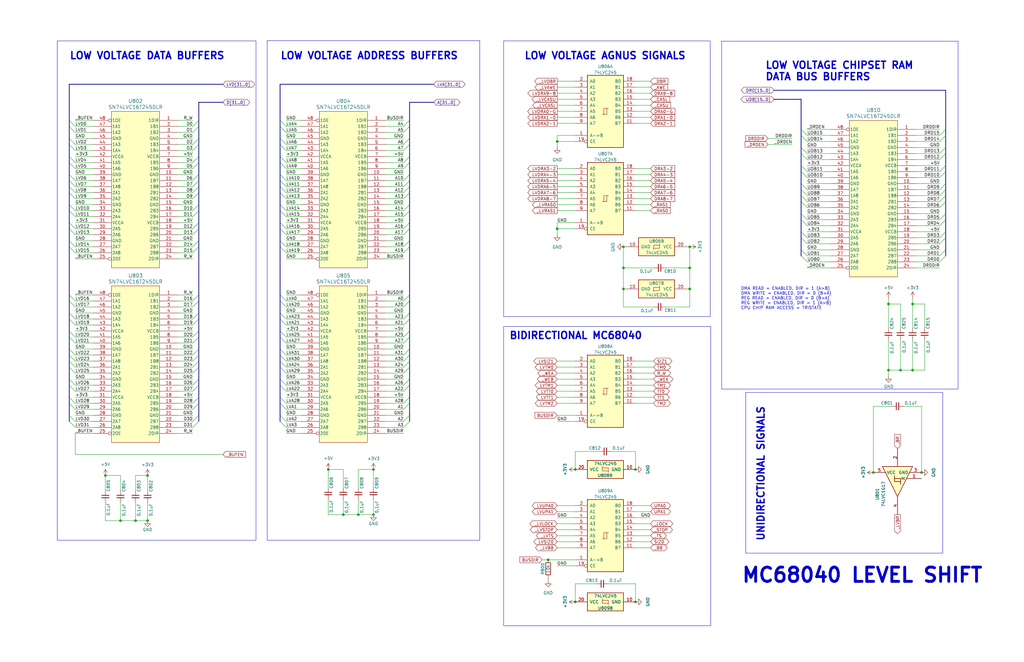
<source format=kicad_sch>
(kicad_sch (version 20231120) (generator "eeschema") (generator_version "8.0")
  (paper "B")
  (title_block (title "AMIGA PCI") (date "2025-01-01") (rev "5.0"))
  (junction (at 262.89 113.03))
  (junction (at 57.15 219.71))
  (junction (at 267.97 198.12))
  (junction (at 374.65 128.27))
  (junction (at 374.65 156.21))
  (junction (at 234.95 96.52))
  (junction (at 50.8 219.71))
  (junction (at 290.83 121.92))
  (junction (at 290.83 104.14))
  (junction (at 379.73 156.21))
  (junction (at 234.95 59.69))
  (junction (at 62.23 200.66))
  (junction (at 388.62 199.39))
  (junction (at 384.81 128.27))
  (junction (at 262.89 104.14))
  (junction (at 384.81 156.21))
  (junction (at 138.43 198.12))
  (junction (at 44.45 200.66))
  (junction (at 368.3 199.39))
  (junction (at 290.83 113.03))
  (junction (at 262.89 121.92))
  (junction (at 151.13 217.17))
  (junction (at 242.57 198.12))
  (junction (at 157.48 217.17))
  (junction (at 144.78 217.17))
  (junction (at 231.14 236.22))
  (junction (at 267.97 254))
  (junction (at 157.48 198.12))
  (junction (at 62.23 219.71))
  (junction (at 242.57 254))
  (bus_entry (at 120.65 129.54) (size -2.54 -2.54))
  (bus_entry (at 31.75 180.34) (size -2.54 -2.54))
  (bus_entry (at 120.65 137.16) (size -2.54 -2.54))
  (bus_entry (at 340.36 72.39) (size -2.54 -2.54))
  (bus_entry (at 81.28 60.96) (size 2.54 -2.54))
  (bus_entry (at 120.65 99.06) (size -2.54 -2.54))
  (bus_entry (at 120.65 96.52) (size -2.54 -2.54))
  (bus_entry (at 340.36 92.71) (size -2.54 -2.54))
  (bus_entry (at 81.28 88.9) (size 2.54 -2.54))
  (bus_entry (at 31.75 55.88) (size -2.54 -2.54))
  (bus_entry (at 31.75 91.44) (size -2.54 -2.54))
  (bus_entry (at 120.65 76.2) (size -2.54 -2.54))
  (bus_entry (at 170.18 96.52) (size 2.54 -2.54))
  (bus_entry (at 340.36 64.77) (size -2.54 -2.54))
  (bus_entry (at 31.75 177.8) (size -2.54 -2.54))
  (bus_entry (at 31.75 96.52) (size -2.54 -2.54))
  (bus_entry (at 81.28 91.44) (size 2.54 -2.54))
  (bus_entry (at 170.18 55.88) (size 2.54 -2.54))
  (bus_entry (at 340.36 80.01) (size -2.54 -2.54))
  (bus_entry (at 81.28 76.2) (size 2.54 -2.54))
  (bus_entry (at 81.28 165.1) (size 2.54 -2.54))
  (bus_entry (at 396.24 92.71) (size 2.54 -2.54))
  (bus_entry (at 170.18 170.18) (size 2.54 -2.54))
  (bus_entry (at 31.75 149.86) (size -2.54 -2.54))
  (bus_entry (at 170.18 63.5) (size 2.54 -2.54))
  (bus_entry (at 81.28 83.82) (size 2.54 -2.54))
  (bus_entry (at 31.75 162.56) (size -2.54 -2.54))
  (bus_entry (at 31.75 99.06) (size -2.54 -2.54))
  (bus_entry (at 31.75 127) (size -2.54 -2.54))
  (bus_entry (at 340.36 110.49) (size -2.54 -2.54))
  (bus_entry (at 170.18 88.9) (size 2.54 -2.54))
  (bus_entry (at 31.75 157.48) (size -2.54 -2.54))
  (bus_entry (at 396.24 85.09) (size 2.54 -2.54))
  (bus_entry (at 81.28 104.14) (size 2.54 -2.54))
  (bus_entry (at 120.65 63.5) (size -2.54 -2.54))
  (bus_entry (at 170.18 106.68) (size 2.54 -2.54))
  (bus_entry (at 396.24 64.77) (size 2.54 -2.54))
  (bus_entry (at 81.28 172.72) (size 2.54 -2.54))
  (bus_entry (at 81.28 170.18) (size 2.54 -2.54))
  (bus_entry (at 81.28 71.12) (size 2.54 -2.54))
  (bus_entry (at 120.65 157.48) (size -2.54 -2.54))
  (bus_entry (at 31.75 76.2) (size -2.54 -2.54))
  (bus_entry (at 81.28 53.34) (size 2.54 -2.54))
  (bus_entry (at 81.28 154.94) (size 2.54 -2.54))
  (bus_entry (at 81.28 127) (size 2.54 -2.54))
  (bus_entry (at 120.65 170.18) (size -2.54 -2.54))
  (bus_entry (at 396.24 102.87) (size 2.54 -2.54))
  (bus_entry (at 120.65 152.4) (size -2.54 -2.54))
  (bus_entry (at 31.75 104.14) (size -2.54 -2.54))
  (bus_entry (at 170.18 127) (size 2.54 -2.54))
  (bus_entry (at 31.75 144.78) (size -2.54 -2.54))
  (bus_entry (at 170.18 76.2) (size 2.54 -2.54))
  (bus_entry (at 81.28 162.56) (size 2.54 -2.54))
  (bus_entry (at 396.24 59.69) (size 2.54 -2.54))
  (bus_entry (at 31.75 134.62) (size -2.54 -2.54))
  (bus_entry (at 170.18 165.1) (size 2.54 -2.54))
  (bus_entry (at 120.65 127) (size -2.54 -2.54))
  (bus_entry (at 81.28 96.52) (size 2.54 -2.54))
  (bus_entry (at 120.65 60.96) (size -2.54 -2.54))
  (bus_entry (at 120.65 142.24) (size -2.54 -2.54))
  (bus_entry (at 120.65 180.34) (size -2.54 -2.54))
  (bus_entry (at 81.28 180.34) (size 2.54 -2.54))
  (bus_entry (at 31.75 81.28) (size -2.54 -2.54))
  (bus_entry (at 120.65 134.62) (size -2.54 -2.54))
  (bus_entry (at 340.36 67.31) (size -2.54 -2.54))
  (bus_entry (at 396.24 57.15) (size 2.54 -2.54))
  (bus_entry (at 340.36 57.15) (size -2.54 -2.54))
  (bus_entry (at 81.28 137.16) (size 2.54 -2.54))
  (bus_entry (at 31.75 106.68) (size -2.54 -2.54))
  (bus_entry (at 31.75 165.1) (size -2.54 -2.54))
  (bus_entry (at 170.18 157.48) (size 2.54 -2.54))
  (bus_entry (at 120.65 78.74) (size -2.54 -2.54))
  (bus_entry (at 340.36 74.93) (size -2.54 -2.54))
  (bus_entry (at 81.28 99.06) (size 2.54 -2.54))
  (bus_entry (at 170.18 137.16) (size 2.54 -2.54))
  (bus_entry (at 31.75 129.54) (size -2.54 -2.54))
  (bus_entry (at 120.65 165.1) (size -2.54 -2.54))
  (bus_entry (at 31.75 154.94) (size -2.54 -2.54))
  (bus_entry (at 170.18 152.4) (size 2.54 -2.54))
  (bus_entry (at 170.18 144.78) (size 2.54 -2.54))
  (bus_entry (at 120.65 81.28) (size -2.54 -2.54))
  (bus_entry (at 120.65 83.82) (size -2.54 -2.54))
  (bus_entry (at 120.65 172.72) (size -2.54 -2.54))
  (bus_entry (at 120.65 68.58) (size -2.54 -2.54))
  (bus_entry (at 170.18 142.24) (size 2.54 -2.54))
  (bus_entry (at 170.18 53.34) (size 2.54 -2.54))
  (bus_entry (at 120.65 149.86) (size -2.54 -2.54))
  (bus_entry (at 120.65 53.34) (size -2.54 -2.54))
  (bus_entry (at 340.36 85.09) (size -2.54 -2.54))
  (bus_entry (at 81.28 142.24) (size 2.54 -2.54))
  (bus_entry (at 396.24 82.55) (size 2.54 -2.54))
  (bus_entry (at 170.18 149.86) (size 2.54 -2.54))
  (bus_entry (at 120.65 154.94) (size -2.54 -2.54))
  (bus_entry (at 31.75 78.74) (size -2.54 -2.54))
  (bus_entry (at 340.36 87.63) (size -2.54 -2.54))
  (bus_entry (at 31.75 83.82) (size -2.54 -2.54))
  (bus_entry (at 170.18 172.72) (size 2.54 -2.54))
  (bus_entry (at 31.75 172.72) (size -2.54 -2.54))
  (bus_entry (at 340.36 59.69) (size -2.54 -2.54))
  (bus_entry (at 31.75 63.5) (size -2.54 -2.54))
  (bus_entry (at 81.28 177.8) (size 2.54 -2.54))
  (bus_entry (at 170.18 180.34) (size 2.54 -2.54))
  (bus_entry (at 170.18 162.56) (size 2.54 -2.54))
  (bus_entry (at 170.18 81.28) (size 2.54 -2.54))
  (bus_entry (at 120.65 71.12) (size -2.54 -2.54))
  (bus_entry (at 170.18 68.58) (size 2.54 -2.54))
  (bus_entry (at 170.18 71.12) (size 2.54 -2.54))
  (bus_entry (at 340.36 100.33) (size -2.54 -2.54))
  (bus_entry (at 81.28 129.54) (size 2.54 -2.54))
  (bus_entry (at 81.28 157.48) (size 2.54 -2.54))
  (bus_entry (at 31.75 142.24) (size -2.54 -2.54))
  (bus_entry (at 396.24 72.39) (size 2.54 -2.54))
  (bus_entry (at 340.36 107.95) (size -2.54 -2.54))
  (bus_entry (at 396.24 67.31) (size 2.54 -2.54))
  (bus_entry (at 81.28 55.88) (size 2.54 -2.54))
  (bus_entry (at 396.24 87.63) (size 2.54 -2.54))
  (bus_entry (at 31.75 53.34) (size -2.54 -2.54))
  (bus_entry (at 81.28 81.28) (size 2.54 -2.54))
  (bus_entry (at 396.24 100.33) (size 2.54 -2.54))
  (bus_entry (at 170.18 129.54) (size 2.54 -2.54))
  (bus_entry (at 120.65 91.44) (size -2.54 -2.54))
  (bus_entry (at 31.75 170.18) (size -2.54 -2.54))
  (bus_entry (at 396.24 107.95) (size 2.54 -2.54))
  (bus_entry (at 120.65 162.56) (size -2.54 -2.54))
  (bus_entry (at 170.18 99.06) (size 2.54 -2.54))
  (bus_entry (at 31.75 60.96) (size -2.54 -2.54))
  (bus_entry (at 170.18 60.96) (size 2.54 -2.54))
  (bus_entry (at 81.28 63.5) (size 2.54 -2.54))
  (bus_entry (at 170.18 134.62) (size 2.54 -2.54))
  (bus_entry (at 340.36 102.87) (size -2.54 -2.54))
  (bus_entry (at 396.24 80.01) (size 2.54 -2.54))
  (bus_entry (at 120.65 177.8) (size -2.54 -2.54))
  (bus_entry (at 170.18 91.44) (size 2.54 -2.54))
  (bus_entry (at 170.18 78.74) (size 2.54 -2.54))
  (bus_entry (at 396.24 74.93) (size 2.54 -2.54))
  (bus_entry (at 81.28 106.68) (size 2.54 -2.54))
  (bus_entry (at 120.65 144.78) (size -2.54 -2.54))
  (bus_entry (at 396.24 110.49) (size 2.54 -2.54))
  (bus_entry (at 340.36 82.55) (size -2.54 -2.54))
  (bus_entry (at 120.65 104.14) (size -2.54 -2.54))
  (bus_entry (at 31.75 88.9) (size -2.54 -2.54))
  (bus_entry (at 31.75 71.12) (size -2.54 -2.54))
  (bus_entry (at 396.24 95.25) (size 2.54 -2.54))
  (bus_entry (at 120.65 88.9) (size -2.54 -2.54))
  (bus_entry (at 120.65 55.88) (size -2.54 -2.54))
  (bus_entry (at 31.75 152.4) (size -2.54 -2.54))
  (bus_entry (at 31.75 137.16) (size -2.54 -2.54))
  (bus_entry (at 81.28 144.78) (size 2.54 -2.54))
  (bus_entry (at 81.28 68.58) (size 2.54 -2.54))
  (bus_entry (at 81.28 78.74) (size 2.54 -2.54))
  (bus_entry (at 340.36 95.25) (size -2.54 -2.54))
  (bus_entry (at 81.28 152.4) (size 2.54 -2.54))
  (bus_entry (at 170.18 177.8) (size 2.54 -2.54))
  (bus_entry (at 81.28 134.62) (size 2.54 -2.54))
  (bus_entry (at 170.18 154.94) (size 2.54 -2.54))
  (bus_entry (at 31.75 68.58) (size -2.54 -2.54))
  (bus_entry (at 120.65 106.68) (size -2.54 -2.54))
  (bus_entry (at 170.18 104.14) (size 2.54 -2.54))
  (bus_entry (at 81.28 149.86) (size 2.54 -2.54))
  (bus_entry (at 170.18 83.82) (size 2.54 -2.54))
  (wire (pts (xy 170.18 144.78) (xy 162.56 144.78)))
  (wire (pts (xy 127 167.64) (xy 120.65 167.64)))
  (wire (pts (xy 274.32 34.29) (xy 267.97 34.29)))
  (wire (pts (xy 39.37 147.32) (xy 31.75 147.32)))
  (wire (pts (xy 274.32 215.9) (xy 267.97 215.9)))
  (wire (pts (xy 386.08 102.87) (xy 396.24 102.87)))
  (wire (pts (xy 144.78 198.12) (xy 144.78 205.74)))
  (bus (pts (xy 83.82 68.58) (xy 83.82 66.04)))
  (bus (pts (xy 83.82 154.94) (xy 83.82 152.4)))
  (wire (pts (xy 127 83.82) (xy 120.65 83.82)))
  (wire (pts (xy 386.08 105.41) (xy 396.24 105.41)))
  (wire (pts (xy 386.08 77.47) (xy 396.24 77.47)))
  (wire (pts (xy 290.83 121.92) (xy 289.56 121.92)))
  (wire (pts (xy 39.37 91.44) (xy 31.75 91.44)))
  (bus (pts (xy 337.82 64.77) (xy 337.82 69.85)))
  (wire (pts (xy 242.57 71.12) (xy 234.95 71.12)))
  (wire (pts (xy 81.28 177.8) (xy 74.93 177.8)))
  (wire (pts (xy 127 137.16) (xy 120.65 137.16)))
  (bus (pts (xy 337.82 72.39) (xy 337.82 77.47)))
  (wire (pts (xy 374.65 158.75) (xy 374.65 156.21)))
  (bus (pts (xy 83.82 177.8) (xy 83.82 175.26)))
  (wire (pts (xy 127 127) (xy 120.65 127)))
  (wire (pts (xy 162.56 86.36) (xy 170.18 86.36)))
  (bus (pts (xy 337.82 80.01) (xy 337.82 82.55)))
  (wire (pts (xy 127 124.46) (xy 120.65 124.46)))
  (bus (pts (xy 118.11 134.62) (xy 118.11 139.7)))
  (wire (pts (xy 350.52 72.39) (xy 340.36 72.39)))
  (wire (pts (xy 170.18 137.16) (xy 162.56 137.16)))
  (wire (pts (xy 151.13 210.82) (xy 151.13 217.17)))
  (wire (pts (xy 234.95 223.52) (xy 242.57 223.52)))
  (wire (pts (xy 127 144.78) (xy 120.65 144.78)))
  (bus (pts (xy 172.72 78.74) (xy 172.72 76.2)))
  (bus (pts (xy 83.82 81.28) (xy 83.82 78.74)))
  (wire (pts (xy 170.18 60.96) (xy 162.56 60.96)))
  (wire (pts (xy 170.18 63.5) (xy 162.56 63.5)))
  (wire (pts (xy 350.52 64.77) (xy 340.36 64.77)))
  (wire (pts (xy 127 101.6) (xy 120.65 101.6)))
  (bus (pts (xy 172.72 134.62) (xy 172.72 132.08)))
  (wire (pts (xy 138.43 205.74) (xy 138.43 198.12)))
  (bus (pts (xy 29.21 142.24) (xy 29.21 139.7)))
  (bus (pts (xy 83.82 162.56) (xy 83.82 160.02)))
  (wire (pts (xy 81.28 68.58) (xy 74.93 68.58)))
  (wire (pts (xy 162.56 66.04) (xy 170.18 66.04)))
  (wire (pts (xy 127 60.96) (xy 120.65 60.96)))
  (bus (pts (xy 29.21 53.34) (xy 29.21 50.8)))
  (wire (pts (xy 81.28 109.22) (xy 74.93 109.22)))
  (wire (pts (xy 39.37 99.06) (xy 31.75 99.06)))
  (wire (pts (xy 138.43 217.17) (xy 138.43 210.82)))
  (bus (pts (xy 29.21 170.18) (xy 29.21 167.64)))
  (wire (pts (xy 127 104.14) (xy 120.65 104.14)))
  (wire (pts (xy 57.15 200.66) (xy 62.23 200.66)))
  (wire (pts (xy 81.28 91.44) (xy 74.93 91.44)))
  (bus (pts (xy 326.39 41.91) (xy 337.82 41.91)))
  (wire (pts (xy 384.81 156.21) (xy 389.89 156.21)))
  (wire (pts (xy 170.18 99.06) (xy 162.56 99.06)))
  (wire (pts (xy 170.18 53.34) (xy 162.56 53.34)))
  (wire (pts (xy 74.93 66.04) (xy 81.28 66.04)))
  (bus (pts (xy 29.21 177.8) (xy 29.21 175.26)))
  (wire (pts (xy 274.32 81.28) (xy 267.97 81.28)))
  (wire (pts (xy 275.59 162.56) (xy 267.97 162.56)))
  (wire (pts (xy 127 142.24) (xy 120.65 142.24)))
  (bus (pts (xy 118.11 162.56) (xy 118.11 160.02)))
  (bus (pts (xy 118.11 81.28) (xy 118.11 86.36)))
  (wire (pts (xy 162.56 132.08) (xy 170.18 132.08)))
  (bus (pts (xy 118.11 73.66) (xy 118.11 68.58)))
  (bus (pts (xy 29.21 88.9) (xy 29.21 86.36)))
  (wire (pts (xy 386.08 82.55) (xy 396.24 82.55)))
  (wire (pts (xy 157.48 217.17) (xy 151.13 217.17)))
  (bus (pts (xy 118.11 104.14) (xy 118.11 101.6)))
  (wire (pts (xy 350.52 90.17) (xy 340.36 90.17)))
  (bus (pts (xy 83.82 43.18) (xy 93.98 43.18)))
  (wire (pts (xy 39.37 144.78) (xy 31.75 144.78)))
  (bus (pts (xy 83.82 147.32) (xy 83.82 142.24)))
  (wire (pts (xy 170.18 83.82) (xy 162.56 83.82)))
  (wire (pts (xy 81.28 152.4) (xy 74.93 152.4)))
  (bus (pts (xy 83.82 60.96) (xy 83.82 58.42)))
  (wire (pts (xy 389.89 143.51) (xy 389.89 156.21)))
  (wire (pts (xy 39.37 134.62) (xy 31.75 134.62)))
  (wire (pts (xy 170.18 91.44) (xy 162.56 91.44)))
  (wire (pts (xy 81.28 170.18) (xy 74.93 170.18)))
  (wire (pts (xy 350.52 92.71) (xy 340.36 92.71)))
  (wire (pts (xy 386.08 59.69) (xy 396.24 59.69)))
  (wire (pts (xy 350.52 105.41) (xy 340.36 105.41)))
  (bus (pts (xy 118.11 88.9) (xy 118.11 93.98)))
  (wire (pts (xy 290.83 113.03) (xy 290.83 121.92)))
  (wire (pts (xy 242.57 246.38) (xy 251.46 246.38)))
  (bus (pts (xy 337.82 105.41) (xy 337.82 107.95)))
  (wire (pts (xy 127 165.1) (xy 120.65 165.1)))
  (wire (pts (xy 386.08 80.01) (xy 396.24 80.01)))
  (bus (pts (xy 118.11 35.56) (xy 182.88 35.56)))
  (wire (pts (xy 74.93 58.42) (xy 81.28 58.42)))
  (wire (pts (xy 170.18 55.88) (xy 162.56 55.88)))
  (wire (pts (xy 127 76.2) (xy 120.65 76.2)))
  (wire (pts (xy 81.28 162.56) (xy 74.93 162.56)))
  (wire (pts (xy 242.57 88.9) (xy 234.95 88.9)))
  (wire (pts (xy 350.52 97.79) (xy 340.36 97.79)))
  (bus (pts (xy 83.82 170.18) (xy 83.82 167.64)))
  (wire (pts (xy 127 96.52) (xy 120.65 96.52)))
  (wire (pts (xy 81.28 88.9) (xy 74.93 88.9)))
  (bus (pts (xy 118.11 60.96) (xy 118.11 66.04)))
  (wire (pts (xy 386.08 95.25) (xy 396.24 95.25)))
  (wire (pts (xy 39.37 101.6) (xy 31.75 101.6)))
  (bus (pts (xy 118.11 60.96) (xy 118.11 58.42)))
  (wire (pts (xy 350.52 69.85) (xy 340.36 69.85)))
  (wire (pts (xy 170.18 172.72) (xy 162.56 172.72)))
  (bus (pts (xy 29.21 88.9) (xy 29.21 93.98)))
  (wire (pts (xy 386.08 90.17) (xy 396.24 90.17)))
  (wire (pts (xy 39.37 137.16) (xy 31.75 137.16)))
  (wire (pts (xy 81.28 96.52) (xy 74.93 96.52)))
  (bus (pts (xy 172.72 142.24) (xy 172.72 139.7)))
  (wire (pts (xy 275.59 129.54) (xy 262.89 129.54)))
  (bus (pts (xy 83.82 50.8) (xy 83.82 43.18)))
  (wire (pts (xy 274.32 88.9) (xy 267.97 88.9)))
  (wire (pts (xy 39.37 175.26) (xy 31.75 175.26)))
  (wire (pts (xy 242.57 190.5) (xy 252.73 190.5)))
  (wire (pts (xy 374.65 143.51) (xy 374.65 156.21)))
  (wire (pts (xy 39.37 78.74) (xy 31.75 78.74)))
  (wire (pts (xy 127 88.9) (xy 120.65 88.9)))
  (wire (pts (xy 39.37 81.28) (xy 31.75 81.28)))
  (wire (pts (xy 234.95 228.6) (xy 242.57 228.6)))
  (wire (pts (xy 81.28 134.62) (xy 74.93 134.62)))
  (wire (pts (xy 81.28 142.24) (xy 74.93 142.24)))
  (wire (pts (xy 267.97 83.82) (xy 274.32 83.82)))
  (bus (pts (xy 398.78 97.79) (xy 398.78 92.71)))
  (wire (pts (xy 170.18 71.12) (xy 162.56 71.12)))
  (wire (pts (xy 274.32 41.91) (xy 267.97 41.91)))
  (wire (pts (xy 350.52 54.61) (xy 340.36 54.61)))
  (bus (pts (xy 172.72 124.46) (xy 172.72 104.14)))
  (bus (pts (xy 29.21 60.96) (xy 29.21 66.04)))
  (bus (pts (xy 29.21 162.56) (xy 29.21 167.64)))
  (bus (pts (xy 337.82 57.15) (xy 337.82 62.23)))
  (wire (pts (xy 74.93 182.88) (xy 81.28 182.88)))
  (wire (pts (xy 81.28 172.72) (xy 74.93 172.72)))
  (wire (pts (xy 257.81 190.5) (xy 267.97 190.5)))
  (bus (pts (xy 172.72 53.34) (xy 172.72 50.8)))
  (bus (pts (xy 172.72 76.2) (xy 172.72 73.66)))
  (wire (pts (xy 127 55.88) (xy 120.65 55.88)))
  (wire (pts (xy 39.37 96.52) (xy 31.75 96.52)))
  (wire (pts (xy 274.32 44.45) (xy 267.97 44.45)))
  (bus (pts (xy 29.21 127) (xy 29.21 124.46)))
  (wire (pts (xy 151.13 198.12) (xy 157.48 198.12)))
  (wire (pts (xy 262.89 104.14) (xy 262.89 113.03)))
  (wire (pts (xy 170.18 106.68) (xy 162.56 106.68)))
  (bus (pts (xy 337.82 92.71) (xy 337.82 97.79)))
  (wire (pts (xy 267.97 198.12) (xy 267.97 190.5)))
  (wire (pts (xy 350.52 57.15) (xy 340.36 57.15)))
  (bus (pts (xy 172.72 43.18) (xy 182.88 43.18)))
  (wire (pts (xy 267.97 39.37) (xy 274.32 39.37)))
  (bus (pts (xy 172.72 58.42) (xy 172.72 53.34)))
  (bus (pts (xy 337.82 100.33) (xy 337.82 105.41)))
  (wire (pts (xy 262.89 113.03) (xy 262.89 121.92)))
  (bus (pts (xy 29.21 96.52) (xy 29.21 93.98)))
  (wire (pts (xy 81.28 60.96) (xy 74.93 60.96)))
  (wire (pts (xy 350.52 100.33) (xy 340.36 100.33)))
  (bus (pts (xy 172.72 149.86) (xy 172.72 147.32)))
  (wire (pts (xy 74.93 50.8) (xy 81.28 50.8)))
  (bus (pts (xy 118.11 50.8) (xy 118.11 35.56)))
  (wire (pts (xy 81.28 144.78) (xy 74.93 144.78)))
  (wire (pts (xy 127 182.88) (xy 120.65 182.88)))
  (wire (pts (xy 57.15 212.09) (xy 57.15 219.71)))
  (wire (pts (xy 39.37 93.98) (xy 31.75 93.98)))
  (bus (pts (xy 172.72 127) (xy 172.72 124.46)))
  (wire (pts (xy 39.37 157.48) (xy 31.75 157.48)))
  (wire (pts (xy 350.52 67.31) (xy 340.36 67.31)))
  (bus (pts (xy 398.78 38.1) (xy 326.39 38.1)))
  (bus (pts (xy 83.82 73.66) (xy 83.82 68.58)))
  (wire (pts (xy 242.57 59.69) (xy 234.95 59.69)))
  (bus (pts (xy 83.82 66.04) (xy 83.82 60.96)))
  (wire (pts (xy 157.48 205.74) (xy 157.48 198.12)))
  (bus (pts (xy 29.21 81.28) (xy 29.21 78.74)))
  (wire (pts (xy 127 154.94) (xy 120.65 154.94)))
  (wire (pts (xy 74.93 167.64) (xy 81.28 167.64)))
  (wire (pts (xy 127 63.5) (xy 120.65 63.5)))
  (wire (pts (xy 81.28 99.06) (xy 74.93 99.06)))
  (bus (pts (xy 172.72 132.08) (xy 172.72 127)))
  (wire (pts (xy 242.57 93.98) (xy 234.95 93.98)))
  (wire (pts (xy 74.93 147.32) (xy 81.28 147.32)))
  (bus (pts (xy 118.11 88.9) (xy 118.11 86.36)))
  (wire (pts (xy 127 175.26) (xy 120.65 175.26)))
  (wire (pts (xy 74.93 124.46) (xy 81.28 124.46)))
  (wire (pts (xy 170.18 127) (xy 162.56 127)))
  (wire (pts (xy 234.95 83.82) (xy 242.57 83.82)))
  (wire (pts (xy 170.18 81.28) (xy 162.56 81.28)))
  (wire (pts (xy 39.37 124.46) (xy 31.75 124.46)))
  (wire (pts (xy 39.37 68.58) (xy 31.75 68.58)))
  (bus (pts (xy 29.21 81.28) (xy 29.21 86.36)))
  (wire (pts (xy 50.8 212.09) (xy 50.8 219.71)))
  (wire (pts (xy 234.95 59.69) (xy 234.95 62.23)))
  (wire (pts (xy 234.95 96.52) (xy 234.95 99.06)))
  (bus (pts (xy 398.78 92.71) (xy 398.78 90.17)))
  (wire (pts (xy 350.52 87.63) (xy 340.36 87.63)))
  (wire (pts (xy 234.95 215.9) (xy 242.57 215.9)))
  (wire (pts (xy 234.95 165.1) (xy 242.57 165.1)))
  (bus (pts (xy 172.72 96.52) (xy 172.72 93.98)))
  (bus (pts (xy 29.21 104.14) (xy 29.21 101.6)))
  (wire (pts (xy 127 93.98) (xy 120.65 93.98)))
  (wire (pts (xy 274.32 73.66) (xy 267.97 73.66)))
  (bus (pts (xy 118.11 162.56) (xy 118.11 167.64)))
  (bus (pts (xy 172.72 101.6) (xy 172.72 96.52)))
  (bus (pts (xy 172.72 104.14) (xy 172.72 101.6)))
  (bus (pts (xy 172.72 167.64) (xy 172.72 162.56)))
  (wire (pts (xy 127 180.34) (xy 120.65 180.34)))
  (bus (pts (xy 398.78 57.15) (xy 398.78 54.61)))
  (wire (pts (xy 386.08 62.23) (xy 396.24 62.23)))
  (bus (pts (xy 172.72 139.7) (xy 172.72 134.62)))
  (wire (pts (xy 334.01 60.96) (xy 323.85 60.96)))
  (wire (pts (xy 39.37 167.64) (xy 31.75 167.64)))
  (wire (pts (xy 274.32 71.12) (xy 267.97 71.12)))
  (wire (pts (xy 242.57 34.29) (xy 234.95 34.29)))
  (wire (pts (xy 127 149.86) (xy 120.65 149.86)))
  (wire (pts (xy 127 86.36) (xy 120.65 86.36)))
  (wire (pts (xy 242.57 44.45) (xy 234.95 44.45)))
  (bus (pts (xy 83.82 86.36) (xy 83.82 81.28)))
  (bus (pts (xy 83.82 127) (xy 83.82 124.46)))
  (wire (pts (xy 39.37 149.86) (xy 31.75 149.86)))
  (bus (pts (xy 29.21 68.58) (xy 29.21 66.04)))
  (bus (pts (xy 118.11 134.62) (xy 118.11 132.08)))
  (wire (pts (xy 162.56 139.7) (xy 170.18 139.7)))
  (wire (pts (xy 242.57 154.94) (xy 234.95 154.94)))
  (bus (pts (xy 118.11 154.94) (xy 118.11 152.4)))
  (wire (pts (xy 162.56 167.64) (xy 170.18 167.64)))
  (wire (pts (xy 170.18 157.48) (xy 162.56 157.48)))
  (wire (pts (xy 127 129.54) (xy 120.65 129.54)))
  (bus (pts (xy 172.72 68.58) (xy 172.72 66.04)))
  (wire (pts (xy 144.78 217.17) (xy 138.43 217.17)))
  (bus (pts (xy 83.82 58.42) (xy 83.82 53.34)))
  (wire (pts (xy 81.28 63.5) (xy 74.93 63.5)))
  (wire (pts (xy 379.73 143.51) (xy 379.73 156.21)))
  (bus (pts (xy 83.82 142.24) (xy 83.82 139.7)))
  (wire (pts (xy 81.28 104.14) (xy 74.93 104.14)))
  (bus (pts (xy 118.11 124.46) (xy 118.11 104.14)))
  (wire (pts (xy 39.37 83.82) (xy 31.75 83.82)))
  (bus (pts (xy 83.82 76.2) (xy 83.82 73.66)))
  (wire (pts (xy 39.37 152.4) (xy 31.75 152.4)))
  (bus (pts (xy 337.82 85.09) (xy 337.82 90.17)))
  (wire (pts (xy 386.08 113.03) (xy 396.24 113.03)))
  (bus (pts (xy 398.78 57.15) (xy 398.78 62.23)))
  (bus (pts (xy 29.21 154.94) (xy 29.21 160.02)))
  (bus (pts (xy 83.82 175.26) (xy 83.82 170.18)))
  (wire (pts (xy 274.32 213.36) (xy 267.97 213.36)))
  (wire (pts (xy 170.18 76.2) (xy 162.56 76.2)))
  (wire (pts (xy 170.18 104.14) (xy 162.56 104.14)))
  (wire (pts (xy 62.23 207.01) (xy 62.23 200.66)))
  (bus (pts (xy 172.72 170.18) (xy 172.72 167.64)))
  (wire (pts (xy 290.83 113.03) (xy 280.67 113.03)))
  (wire (pts (xy 267.97 46.99) (xy 274.32 46.99)))
  (wire (pts (xy 127 160.02) (xy 120.65 160.02)))
  (wire (pts (xy 39.37 55.88) (xy 31.75 55.88)))
  (wire (pts (xy 81.28 53.34) (xy 74.93 53.34)))
  (wire (pts (xy 242.57 162.56) (xy 234.95 162.56)))
  (wire (pts (xy 242.57 236.22) (xy 231.14 236.22)))
  (wire (pts (xy 157.48 217.17) (xy 157.48 210.82)))
  (wire (pts (xy 39.37 86.36) (xy 31.75 86.36)))
  (bus (pts (xy 29.21 147.32) (xy 29.21 142.24)))
  (wire (pts (xy 388.62 171.45) (xy 381 171.45)))
  (wire (pts (xy 267.97 254) (xy 267.97 246.38)))
  (wire (pts (xy 39.37 165.1) (xy 31.75 165.1)))
  (wire (pts (xy 386.08 87.63) (xy 396.24 87.63)))
  (wire (pts (xy 274.32 223.52) (xy 267.97 223.52)))
  (wire (pts (xy 81.28 127) (xy 74.93 127)))
  (wire (pts (xy 350.52 102.87) (xy 340.36 102.87)))
  (wire (pts (xy 234.95 220.98) (xy 242.57 220.98)))
  (wire (pts (xy 39.37 160.02) (xy 31.75 160.02)))
  (bus (pts (xy 337.82 82.55) (xy 337.82 85.09)))
  (wire (pts (xy 386.08 57.15) (xy 396.24 57.15)))
  (bus (pts (xy 172.72 93.98) (xy 172.72 88.9)))
  (wire (pts (xy 334.01 58.42) (xy 323.85 58.42)))
  (wire (pts (xy 127 152.4) (xy 120.65 152.4)))
  (wire (pts (xy 384.81 128.27) (xy 389.89 128.27)))
  (wire (pts (xy 127 177.8) (xy 120.65 177.8)))
  (bus (pts (xy 337.82 62.23) (xy 337.82 64.77)))
  (wire (pts (xy 39.37 104.14) (xy 31.75 104.14)))
  (wire (pts (xy 350.52 59.69) (xy 340.36 59.69)))
  (wire (pts (xy 162.56 147.32) (xy 170.18 147.32)))
  (wire (pts (xy 386.08 110.49) (xy 396.24 110.49)))
  (bus (pts (xy 118.11 96.52) (xy 118.11 93.98)))
  (bus (pts (xy 83.82 96.52) (xy 83.82 93.98)))
  (wire (pts (xy 264.16 121.92) (xy 262.89 121.92)))
  (wire (pts (xy 162.56 109.22) (xy 170.18 109.22)))
  (bus (pts (xy 29.21 35.56) (xy 93.98 35.56)))
  (wire (pts (xy 170.18 88.9) (xy 162.56 88.9)))
  (wire (pts (xy 81.28 76.2) (xy 74.93 76.2)))
  (wire (pts (xy 234.95 39.37) (xy 242.57 39.37)))
  (wire (pts (xy 162.56 175.26) (xy 170.18 175.26)))
  (wire (pts (xy 170.18 129.54) (xy 162.56 129.54)))
  (wire (pts (xy 242.57 170.18) (xy 234.95 170.18)))
  (wire (pts (xy 290.83 104.14) (xy 289.56 104.14)))
  (wire (pts (xy 39.37 106.68) (xy 31.75 106.68)))
  (wire (pts (xy 242.57 41.91) (xy 234.95 41.91)))
  (wire (pts (xy 242.57 177.8) (xy 234.95 177.8)))
  (bus (pts (xy 29.21 149.86) (xy 29.21 147.32)))
  (wire (pts (xy 57.15 219.71) (xy 50.8 219.71)))
  (wire (pts (xy 242.57 167.64) (xy 234.95 167.64)))
  (wire (pts (xy 375.92 171.45) (xy 368.3 171.45)))
  (wire (pts (xy 74.93 101.6) (xy 81.28 101.6)))
  (wire (pts (xy 242.57 81.28) (xy 234.95 81.28)))
  (wire (pts (xy 31.75 182.88) (xy 31.75 191.77)))
  (wire (pts (xy 39.37 71.12) (xy 31.75 71.12)))
  (wire (pts (xy 127 50.8) (xy 120.65 50.8)))
  (wire (pts (xy 144.78 210.82) (xy 144.78 217.17)))
  (wire (pts (xy 234.95 46.99) (xy 242.57 46.99)))
  (bus (pts (xy 398.78 64.77) (xy 398.78 69.85)))
  (wire (pts (xy 350.52 107.95) (xy 340.36 107.95)))
  (wire (pts (xy 386.08 92.71) (xy 396.24 92.71)))
  (wire (pts (xy 170.18 162.56) (xy 162.56 162.56)))
  (wire (pts (xy 151.13 217.17) (xy 144.78 217.17)))
  (wire (pts (xy 170.18 134.62) (xy 162.56 134.62)))
  (bus (pts (xy 118.11 68.58) (xy 118.11 66.04)))
  (bus (pts (xy 172.72 88.9) (xy 172.72 86.36)))
  (wire (pts (xy 39.37 109.22) (xy 31.75 109.22)))
  (bus (pts (xy 118.11 127) (xy 118.11 124.46)))
  (wire (pts (xy 162.56 124.46) (xy 170.18 124.46)))
  (wire (pts (xy 274.32 36.83) (xy 267.97 36.83)))
  (wire (pts (xy 127 99.06) (xy 120.65 99.06)))
  (bus (pts (xy 118.11 149.86) (xy 118.11 147.32)))
  (wire (pts (xy 151.13 198.12) (xy 151.13 205.74)))
  (bus (pts (xy 398.78 105.41) (xy 398.78 100.33)))
  (wire (pts (xy 267.97 76.2) (xy 274.32 76.2)))
  (wire (pts (xy 127 68.58) (xy 120.65 68.58)))
  (bus (pts (xy 398.78 72.39) (xy 398.78 77.47)))
  (wire (pts (xy 374.65 128.27) (xy 374.65 138.43)))
  (bus (pts (xy 172.72 147.32) (xy 172.72 142.24)))
  (wire (pts (xy 127 134.62) (xy 120.65 134.62)))
  (bus (pts (xy 83.82 53.34) (xy 83.82 50.8)))
  (bus (pts (xy 83.82 101.6) (xy 83.82 96.52)))
  (wire (pts (xy 127 132.08) (xy 120.65 132.08)))
  (wire (pts (xy 74.93 73.66) (xy 81.28 73.66)))
  (wire (pts (xy 74.93 93.98) (xy 81.28 93.98)))
  (wire (pts (xy 44.45 200.66) (xy 50.8 200.66)))
  (wire (pts (xy 74.93 160.02) (xy 81.28 160.02)))
  (bus (pts (xy 172.72 73.66) (xy 172.72 68.58)))
  (wire (pts (xy 162.56 160.02) (xy 170.18 160.02)))
  (wire (pts (xy 39.37 88.9) (xy 31.75 88.9)))
  (wire (pts (xy 39.37 58.42) (xy 31.75 58.42)))
  (bus (pts (xy 29.21 78.74) (xy 29.21 76.2)))
  (wire (pts (xy 242.57 73.66) (xy 234.95 73.66)))
  (wire (pts (xy 275.59 154.94) (xy 267.97 154.94)))
  (wire (pts (xy 350.52 74.93) (xy 340.36 74.93)))
  (wire (pts (xy 242.57 49.53) (xy 234.95 49.53)))
  (wire (pts (xy 62.23 219.71) (xy 62.23 212.09)))
  (wire (pts (xy 39.37 139.7) (xy 31.75 139.7)))
  (bus (pts (xy 83.82 78.74) (xy 83.82 76.2)))
  (wire (pts (xy 81.28 55.88) (xy 74.93 55.88)))
  (wire (pts (xy 267.97 218.44) (xy 274.32 218.44)))
  (wire (pts (xy 242.57 226.06) (xy 234.95 226.06)))
  (wire (pts (xy 170.18 78.74) (xy 162.56 78.74)))
  (wire (pts (xy 275.59 170.18) (xy 267.97 170.18)))
  (wire (pts (xy 274.32 231.14) (xy 267.97 231.14)))
  (wire (pts (xy 242.57 36.83) (xy 234.95 36.83)))
  (bus (pts (xy 29.21 76.2) (xy 29.21 73.66)))
  (wire (pts (xy 127 91.44) (xy 120.65 91.44)))
  (wire (pts (xy 170.18 68.58) (xy 162.56 68.58)))
  (wire (pts (xy 350.52 77.47) (xy 340.36 77.47)))
  (bus (pts (xy 118.11 177.8) (xy 118.11 175.26)))
  (wire (pts (xy 386.08 72.39) (xy 396.24 72.39)))
  (wire (pts (xy 256.54 246.38) (xy 267.97 246.38)))
  (wire (pts (xy 290.83 121.92) (xy 290.83 129.54)))
  (wire (pts (xy 81.28 165.1) (xy 74.93 165.1)))
  (wire (pts (xy 127 162.56) (xy 120.65 162.56)))
  (bus (pts (xy 118.11 53.34) (xy 118.11 58.42)))
  (wire (pts (xy 39.37 170.18) (xy 31.75 170.18)))
  (bus (pts (xy 172.72 50.8) (xy 172.72 43.18)))
  (wire (pts (xy 81.28 154.94) (xy 74.93 154.94)))
  (wire (pts (xy 262.89 121.92) (xy 262.89 129.54)))
  (wire (pts (xy 50.8 219.71) (xy 44.45 219.71)))
  (wire (pts (xy 39.37 63.5) (xy 31.75 63.5)))
  (bus (pts (xy 118.11 127) (xy 118.11 132.08)))
  (bus (pts (xy 172.72 160.02) (xy 172.72 154.94)))
  (wire (pts (xy 127 66.04) (xy 120.65 66.04)))
  (wire (pts (xy 386.08 69.85) (xy 396.24 69.85)))
  (wire (pts (xy 242.57 152.4) (xy 234.95 152.4)))
  (bus (pts (xy 172.72 86.36) (xy 172.72 81.28)))
  (bus (pts (xy 337.82 77.47) (xy 337.82 80.01)))
  (bus (pts (xy 29.21 170.18) (xy 29.21 175.26)))
  (bus (pts (xy 29.21 162.56) (xy 29.21 160.02)))
  (bus (pts (xy 29.21 154.94) (xy 29.21 152.4)))
  (wire (pts (xy 39.37 177.8) (xy 31.75 177.8)))
  (wire (pts (xy 81.28 157.48) (xy 74.93 157.48)))
  (wire (pts (xy 379.73 156.21) (xy 384.81 156.21)))
  (wire (pts (xy 384.81 143.51) (xy 384.81 156.21)))
  (wire (pts (xy 386.08 74.93) (xy 396.24 74.93)))
  (wire (pts (xy 39.37 172.72) (xy 31.75 172.72)))
  (wire (pts (xy 39.37 162.56) (xy 31.75 162.56)))
  (bus (pts (xy 29.21 152.4) (xy 29.21 149.86)))
  (bus (pts (xy 398.78 107.95) (xy 398.78 105.41)))
  (bus (pts (xy 398.78 82.55) (xy 398.78 80.01)))
  (wire (pts (xy 39.37 154.94) (xy 31.75 154.94)))
  (wire (pts (xy 127 147.32) (xy 120.65 147.32)))
  (wire (pts (xy 127 172.72) (xy 120.65 172.72)))
  (wire (pts (xy 127 71.12) (xy 120.65 71.12)))
  (wire (pts (xy 280.67 129.54) (xy 290.83 129.54)))
  (wire (pts (xy 384.81 125.73) (xy 384.81 128.27)))
  (wire (pts (xy 170.18 177.8) (xy 162.56 177.8)))
  (bus (pts (xy 29.21 134.62) (xy 29.21 139.7)))
  (wire (pts (xy 234.95 57.15) (xy 234.95 59.69)))
  (wire (pts (xy 242.57 57.15) (xy 234.95 57.15)))
  (wire (pts (xy 81.28 129.54) (xy 74.93 129.54)))
  (wire (pts (xy 242.57 52.07) (xy 234.95 52.07)))
  (bus (pts (xy 337.82 54.61) (xy 337.82 57.15)))
  (wire (pts (xy 350.52 95.25) (xy 340.36 95.25)))
  (wire (pts (xy 170.18 154.94) (xy 162.56 154.94)))
  (bus (pts (xy 83.82 93.98) (xy 83.82 88.9)))
  (bus (pts (xy 398.78 100.33) (xy 398.78 97.79)))
  (wire (pts (xy 162.56 73.66) (xy 170.18 73.66)))
  (wire (pts (xy 127 157.48) (xy 120.65 157.48)))
  (wire (pts (xy 242.57 175.26) (xy 234.95 175.26)))
  (bus (pts (xy 118.11 81.28) (xy 118.11 78.74)))
  (bus (pts (xy 29.21 96.52) (xy 29.21 101.6)))
  (wire (pts (xy 274.32 228.6) (xy 267.97 228.6)))
  (bus (pts (xy 118.11 78.74) (xy 118.11 76.2)))
  (bus (pts (xy 172.72 81.28) (xy 172.72 78.74)))
  (wire (pts (xy 231.14 243.84) (xy 231.14 245.11)))
  (bus (pts (xy 83.82 134.62) (xy 83.82 132.08)))
  (wire (pts (xy 39.37 127) (xy 31.75 127)))
  (bus (pts (xy 83.82 104.14) (xy 83.82 101.6)))
  (wire (pts (xy 274.32 52.07) (xy 267.97 52.07)))
  (wire (pts (xy 39.37 142.24) (xy 31.75 142.24)))
  (wire (pts (xy 374.65 128.27) (xy 379.73 128.27)))
  (bus (pts (xy 83.82 149.86) (xy 83.82 147.32)))
  (wire (pts (xy 162.56 93.98) (xy 170.18 93.98)))
  (wire (pts (xy 81.28 106.68) (xy 74.93 106.68)))
  (bus (pts (xy 29.21 53.34) (xy 29.21 58.42)))
  (wire (pts (xy 81.28 149.86) (xy 74.93 149.86)))
  (wire (pts (xy 242.57 86.36) (xy 234.95 86.36)))
  (bus (pts (xy 29.21 73.66) (xy 29.21 68.58)))
  (wire (pts (xy 74.93 132.08) (xy 81.28 132.08)))
  (wire (pts (xy 39.37 53.34) (xy 31.75 53.34)))
  (wire (pts (xy 374.65 125.73) (xy 374.65 128.27)))
  (wire (pts (xy 170.18 152.4) (xy 162.56 152.4)))
  (wire (pts (xy 127 139.7) (xy 120.65 139.7)))
  (wire (pts (xy 170.18 165.1) (xy 162.56 165.1)))
  (wire (pts (xy 374.65 156.21) (xy 379.73 156.21)))
  (bus (pts (xy 118.11 170.18) (xy 118.11 175.26)))
  (wire (pts (xy 242.57 198.12) (xy 242.57 190.5)))
  (bus (pts (xy 83.82 167.64) (xy 83.82 162.56)))
  (wire (pts (xy 379.73 138.43) (xy 379.73 128.27)))
  (wire (pts (xy 127 106.68) (xy 120.65 106.68)))
  (wire (pts (xy 170.18 180.34) (xy 162.56 180.34)))
  (wire (pts (xy 81.28 71.12) (xy 74.93 71.12)))
  (bus (pts (xy 118.11 142.24) (xy 118.11 139.7)))
  (wire (pts (xy 39.37 73.66) (xy 31.75 73.66)))
  (bus (pts (xy 83.82 88.9) (xy 83.82 86.36)))
  (wire (pts (xy 81.28 78.74) (xy 74.93 78.74)))
  (wire (pts (xy 170.18 142.24) (xy 162.56 142.24)))
  (wire (pts (xy 81.28 81.28) (xy 74.93 81.28)))
  (wire (pts (xy 267.97 160.02) (xy 275.59 160.02)))
  (wire (pts (xy 127 109.22) (xy 120.65 109.22)))
  (bus (pts (xy 172.72 175.26) (xy 172.72 170.18)))
  (bus (pts (xy 83.82 152.4) (xy 83.82 149.86)))
  (wire (pts (xy 39.37 132.08) (xy 31.75 132.08)))
  (wire (pts (xy 234.95 238.76) (xy 242.57 238.76)))
  (wire (pts (xy 62.23 219.71) (xy 57.15 219.71)))
  (bus (pts (xy 337.82 90.17) (xy 337.82 92.71)))
  (wire (pts (xy 262.89 104.14) (xy 264.16 104.14)))
  (wire (pts (xy 350.52 113.03) (xy 340.36 113.03)))
  (bus (pts (xy 337.82 69.85) (xy 337.82 72.39)))
  (bus (pts (xy 118.11 96.52) (xy 118.11 101.6)))
  (wire (pts (xy 234.95 231.14) (xy 242.57 231.14)))
  (wire (pts (xy 170.18 182.88) (xy 162.56 182.88)))
  (wire (pts (xy 350.52 82.55) (xy 340.36 82.55)))
  (bus (pts (xy 29.21 60.96) (xy 29.21 58.42)))
  (wire (pts (xy 275.59 157.48) (xy 267.97 157.48)))
  (bus (pts (xy 172.72 152.4) (xy 172.72 149.86)))
  (wire (pts (xy 44.45 207.01) (xy 44.45 200.66)))
  (bus (pts (xy 83.82 124.46) (xy 83.82 104.14)))
  (wire (pts (xy 127 73.66) (xy 120.65 73.66)))
  (wire (pts (xy 290.83 104.14) (xy 290.83 113.03)))
  (bus (pts (xy 172.72 177.8) (xy 172.72 175.26)))
  (wire (pts (xy 275.59 167.64) (xy 267.97 167.64)))
  (bus (pts (xy 172.72 162.56) (xy 172.72 160.02)))
  (bus (pts (xy 118.11 154.94) (xy 118.11 160.02)))
  (wire (pts (xy 81.28 83.82) (xy 74.93 83.82)))
  (wire (pts (xy 127 170.18) (xy 120.65 170.18)))
  (bus (pts (xy 29.21 50.8) (xy 29.21 35.56)))
  (bus (pts (xy 172.72 154.94) (xy 172.72 152.4)))
  (wire (pts (xy 275.59 152.4) (xy 267.97 152.4)))
  (wire (pts (xy 74.93 86.36) (xy 81.28 86.36)))
  (wire (pts (xy 350.52 85.09) (xy 340.36 85.09)))
  (wire (pts (xy 274.32 78.74) (xy 267.97 78.74)))
  (wire (pts (xy 162.56 101.6) (xy 170.18 101.6)))
  (wire (pts (xy 39.37 66.04) (xy 31.75 66.04)))
  (wire (pts (xy 386.08 100.33) (xy 396.24 100.33)))
  (bus (pts (xy 118.11 53.34) (xy 118.11 50.8)))
  (wire (pts (xy 170.18 96.52) (xy 162.56 96.52)))
  (wire (pts (xy 274.32 86.36) (xy 267.97 86.36)))
  (bus (pts (xy 172.72 66.04) (xy 172.72 60.96)))
  (wire (pts (xy 274.32 49.53) (xy 267.97 49.53)))
  (wire (pts (xy 39.37 182.88) (xy 31.75 182.88)))
  (wire (pts (xy 368.3 171.45) (xy 368.3 199.39)))
  (wire (pts (xy 39.37 180.34) (xy 31.75 180.34)))
  (bus (pts (xy 83.82 160.02) (xy 83.82 154.94)))
  (wire (pts (xy 386.08 67.31) (xy 396.24 67.31)))
  (wire (pts (xy 44.45 219.71) (xy 44.45 212.09)))
  (wire (pts (xy 274.32 220.98) (xy 267.97 220.98)))
  (wire (pts (xy 234.95 213.36) (xy 242.57 213.36)))
  (wire (pts (xy 386.08 54.61) (xy 396.24 54.61)))
  (wire (pts (xy 386.08 107.95) (xy 396.24 107.95)))
  (wire (pts (xy 170.18 170.18) (xy 162.56 170.18)))
  (wire (pts (xy 234.95 93.98) (xy 234.95 96.52)))
  (bus (pts (xy 398.78 54.61) (xy 398.78 38.1)))
  (wire (pts (xy 127 53.34) (xy 120.65 53.34)))
  (bus (pts (xy 398.78 69.85) (xy 398.78 72.39)))
  (wire (pts (xy 234.95 157.48) (xy 242.57 157.48)))
  (wire (pts (xy 162.56 58.42) (xy 170.18 58.42)))
  (bus (pts (xy 29.21 127) (xy 29.21 132.08)))
  (wire (pts (xy 231.14 236.22) (xy 228.6 236.22)))
  (wire (pts (xy 31.75 191.77) (xy 93.98 191.77)))
  (wire (pts (xy 234.95 76.2) (xy 242.57 76.2)))
  (bus (pts (xy 118.11 170.18) (xy 118.11 167.64)))
  (bus (pts (xy 398.78 64.77) (xy 398.78 62.23)))
  (bus (pts (xy 172.72 60.96) (xy 172.72 58.42)))
  (wire (pts (xy 275.59 113.03) (xy 262.89 113.03)))
  (wire (pts (xy 74.93 139.7) (xy 81.28 139.7)))
  (wire (pts (xy 50.8 200.66) (xy 50.8 207.01)))
  (bus (pts (xy 83.82 139.7) (xy 83.82 134.62)))
  (wire (pts (xy 39.37 129.54) (xy 31.75 129.54)))
  (bus (pts (xy 398.78 77.47) (xy 398.78 80.01)))
  (wire (pts (xy 127 78.74) (xy 120.65 78.74)))
  (bus (pts (xy 118.11 152.4) (xy 118.11 149.86)))
  (wire (pts (xy 57.15 200.66) (xy 57.15 207.01)))
  (wire (pts (xy 242.57 78.74) (xy 234.95 78.74)))
  (bus (pts (xy 337.82 97.79) (xy 337.82 100.33)))
  (bus (pts (xy 83.82 132.08) (xy 83.82 127)))
  (wire (pts (xy 242.57 160.02) (xy 234.95 160.02)))
  (wire (pts (xy 127 81.28) (xy 120.65 81.28)))
  (bus (pts (xy 29.21 134.62) (xy 29.21 132.08)))
  (wire (pts (xy 389.89 138.43) (xy 389.89 128.27)))
  (wire (pts (xy 384.81 128.27) (xy 384.81 138.43)))
  (bus (pts (xy 398.78 85.09) (xy 398.78 82.55)))
  (wire (pts (xy 127 58.42) (xy 120.65 58.42)))
  (wire (pts (xy 267.97 165.1) (xy 275.59 165.1)))
  (wire (pts (xy 242.57 218.44) (xy 234.95 218.44)))
  (wire (pts (xy 350.52 80.01) (xy 340.36 80.01)))
  (wire (pts (xy 74.93 175.26) (xy 81.28 175.26)))
  (bus (pts (xy 29.21 124.46) (xy 29.21 104.14)))
  (wire (pts (xy 138.43 198.12) (xy 144.78 198.12)))
  (wire (pts (xy 81.28 180.34) (xy 74.93 180.34)))
  (bus (pts (xy 118.11 76.2) (xy 118.11 73.66)))
  (wire (pts (xy 242.57 96.52) (xy 234.95 96.52)))
  (wire (pts (xy 39.37 50.8) (xy 31.75 50.8)))
  (bus (pts (xy 118.11 147.32) (xy 118.11 142.24)))
  (wire (pts (xy 350.52 62.23) (xy 340.36 62.23)))
  (wire (pts (xy 386.08 64.77) (xy 396.24 64.77)))
  (wire (pts (xy 388.62 199.39) (xy 388.62 171.45)))
  (wire (pts (xy 386.08 97.79) (xy 396.24 97.79)))
  (bus (pts (xy 398.78 90.17) (xy 398.78 85.09)))
  (wire (pts (xy 81.28 137.16) (xy 74.93 137.16)))
  (wire (pts (xy 162.56 50.8) (xy 170.18 50.8)))
  (wire (pts (xy 242.57 254) (xy 242.57 246.38)))
  (wire (pts (xy 170.18 149.86) (xy 162.56 149.86)))
  (wire (pts (xy 267.97 226.06) (xy 274.32 226.06)))
  (wire (pts (xy 39.37 76.2) (xy 31.75 76.2)))
  (bus (pts (xy 337.82 41.91) (xy 337.82 54.61)))
  (wire (pts (xy 350.52 110.49) (xy 340.36 110.49)))
  (wire (pts (xy 386.08 85.09) (xy 396.24 85.09)))
  (wire (pts (xy 39.37 60.96) (xy 31.75 60.96)))
  (rectangle (start 212.344 137.795) (end 299.72 264.033))
  (rectangle (start 314.452 165.608) (end 397.51 233.426))
  (rectangle (start 212.344 17.272) (end 299.466 133.604))
  (rectangle (start 304.292 17.399) (end 403.987 164.211))
  (rectangle (start 112.649 17.145) (end 202.311 227.965))
  (rectangle (start 24.13 17.272) (end 107.95 227.965))
  (text "LOW VOLTAGE CHIPSET RAM\nDATA BUS BUFFERS" (at 322.58 34.29 0) (effects (font (size 3 3) (thickness 0.6) (bold yes)) (justify left bottom)))
  (text "BIDIRECTIONAL MC68040" (at 214.63 143.51 0) (effects (font (size 3 3) (thickness 0.6) (bold yes)) (justify left bottom)))
  (text "UNIDIRECTIONAL SIGNALS" (at 322.58 228.6 90) (effects (font (size 3 3) (thickness 0.6) (bold yes)) (justify left bottom)))
  (text "LOW VOLTAGE DATA BUFFERS" (at 29.21 25.4 0) (effects (font (size 3 3) (thickness 0.6) (bold yes)) (justify left bottom)))
  (text "LOW VOLTAGE AGNUS SIGNALS" (at 220.98 25.4 0) (effects (font (size 3 3) (thickness 0.6) (bold yes)) (justify left bottom)))
  (text "DMA READ = ENABLED, DIR = 1 (A>B)\nDMA WRITE = ENABLED, DIR = 0 (B>A)\nREG READ = ENABLED, DIR = 0 (B>A)\nREG WRITE = ENABLED, DIR = 1 (A>B)\nCPU CHIP RAM ACCESS = TRISTATE" (at 312.42 130.81 0) (effects (font (size 1.27 1.27)) (justify left bottom)))
  (text "MC68040 LEVEL SHIFT" (at 312.42 246.38 0) (effects (font (size 6 6) (bold yes)) (justify left bottom)))
  (text "LOW VOLTAGE ADDRESS BUFFERS" (at 118.11 25.4 0) (effects (font (size 3 3) (thickness 0.6) (bold yes)) (justify left bottom)))
  (label "D17" (at 81.28 129.54 180))
  (label "LVD14" (at 31.75 104.14 0))
  (label "A20" (at 170.18 129.54 180))
  (label "+5V" (at 170.18 167.64 180))
  (label "LVA22" (at 120.65 165.1 0))
  (label "_DRDEN" (at 334.01 60.96 180))
  (label "LVA2" (at 120.65 177.8 0))
  (label "LVD2" (at 31.75 60.96 0))
  (label "LVD3" (at 31.75 63.5 0))
  (label "GND" (at 81.28 73.66 180))
  (label "A5" (at 170.18 55.88 180))
  (label "GND" (at 120.65 124.46 0))
  (label "A19" (at 170.18 106.68 180))
  (label "D31" (at 81.28 180.34 180))
  (label "_BUFEN" (at 31.75 109.22 0))
  (label "D21" (at 81.28 144.78 180))
  (label "BUSDIR" (at 170.18 50.8 180))
  (label "D20" (at 81.28 142.24 180))
  (label "DRD6" (at 396.24 87.63 180) (effects (font (size 1.2954 1.2954))))
  (label "LVD13" (at 31.75 99.06 0))
  (label "DRDDIR" (at 396.24 54.61 180))
  (label "D18" (at 81.28 134.62 180))
  (label "D25" (at 81.28 157.48 180))
  (label "LVA18" (at 120.65 104.14 0))
  (label "GND" (at 170.18 160.02 180))
  (label "GND" (at 81.28 175.26 180))
  (label "A4" (at 170.18 53.34 180))
  (label "GND" (at 170.18 58.42 180))
  (label "A29" (at 170.18 157.48 180))
  (label "LVD4" (at 31.75 68.58 0))
  (label "D10" (at 81.28 88.9 180))
  (label "DRD12" (at 396.24 67.31 180) (effects (font (size 1.2954 1.2954))))
  (label "DRD0" (at 396.24 110.49 180) (effects (font (size 1.2954 1.2954))))
  (label "LVD21" (at 31.75 144.78 0))
  (label "LVD15" (at 31.75 106.68 0))
  (label "A10" (at 170.18 76.2 180))
  (label "LVD9" (at 31.75 83.82 0))
  (label "LVA31" (at 120.65 149.86 0))
  (label "LVD30" (at 31.75 177.8 0))
  (label "LVD7" (at 31.75 78.74 0))
  (label "GND" (at 120.65 132.08 0))
  (label "D23" (at 81.28 152.4 180))
  (label "LVA9" (at 120.65 71.12 0))
  (label "D28" (at 81.28 170.18 180))
  (label "GND" (at 396.24 105.41 180))
  (label "LVD22" (at 31.75 149.86 0))
  (label "+5V" (at 170.18 139.7 180))
  (label "GND" (at 120.65 109.22 0))
  (label "GND" (at 234.95 238.76 0))
  (label "LVA27" (at 120.65 144.78 0))
  (label "A9" (at 170.18 71.12 180))
  (label "LVA11" (at 120.65 78.74 0))
  (label "GND" (at 31.75 175.26 0))
  (label "GND" (at 120.65 147.32 0))
  (label "+3V3" (at 31.75 167.64 0))
  (label "D3" (at 81.28 63.5 180))
  (label "A6" (at 170.18 60.96 180))
  (label "D0" (at 81.28 53.34 180))
  (label "LVA16" (at 120.65 96.52 0))
  (label "+5V" (at 170.18 93.98 180))
  (label "GND" (at 274.32 218.44 180))
  (label "A23" (at 170.18 134.62 180))
  (label "LVA0" (at 120.65 127 0))
  (label "DRD4" (at 396.24 95.25 180) (effects (font (size 1.2954 1.2954))))
  (label "LVA17" (at 120.65 99.06 0))
  (label "LVA20" (at 120.65 129.54 0))
  (label "GND" (at 120.65 175.26 0))
  (label "GND" (at 81.28 58.42 180))
  (label "A18" (at 170.18 104.14 180))
  (label "A0" (at 170.18 127 180))
  (label "BUSDIR" (at 170.18 109.22 180))
  (label "+3V3" (at 120.65 93.98 0))
  (label "+3V3" (at 340.36 69.85 0))
  (label "D14" (at 81.28 104.14 180))
  (label "GND" (at 170.18 147.32 180))
  (label "DRD10" (at 396.24 74.93 180) (effects (font (size 1.2954 1.2954))))
  (label "LVA26" (at 120.65 162.56 0))
  (label "LVA5" (at 120.65 55.88 0))
  (label "DRD15" (at 396.24 57.15 180) (effects (font (size 1.2954 1.2954))))
  (label "D29" (at 81.28 172.72 180))
  (label "GND" (at 81.28 101.6 180))
  (label "GND" (at 120.65 73.66 0))
  (label "+3V3" (at 120.65 66.04 0))
  (label "GND" (at 396.24 90.17 180))
  (label "LVD31" (at 31.75 180.34 0))
  (label "LVD23" (at 31.75 152.4 0))
  (label "UDB3" (at 340.36 100.33 0) (effects (font (size 1.2954 1.2954))))
  (label "D6" (at 81.28 76.2 180))
  (label "GND" (at 120.65 182.88 0))
  (label "LVA24" (at 120.65 154.94 0))
  (label "GND" (at 120.65 101.6 0))
  (label "D26" (at 81.28 162.56 180))
  (label "GND" (at 340.36 62.23 0))
  (label "LVD6" (at 31.75 76.2 0))
  (label "GND" (at 340.36 105.41 0))
  (label "GND" (at 340.36 90.17 0))
  (label "LVA25" (at 120.65 142.24 0))
  (label "D11" (at 81.28 91.44 180))
  (label "GND" (at 340.36 77.47 0))
  (label "LVD17" (at 31.75 129.54 0))
  (label "LVD20" (at 31.75 142.24 0))
  (label "UDB2" (at 340.36 102.87 0) (effects (font (size 1.2954 1.2954))))
  (label "DRD14" (at 396.24 59.69 180) (effects (font (size 1.2954 1.2954))))
  (label "A30" (at 170.18 152.4 180))
  (label "GND" (at 234.95 177.8 0))
  (label "LVD1" (at 31.75 55.88 0))
  (label "D15" (at 81.28 106.68 180))
  (label "A15" (at 170.18 91.44 180))
  (label "LVD0" (at 31.75 53.34 0))
  (label "LVA30" (at 120.65 152.4 0))
  (label "UDB13" (at 340.36 64.77 0) (effects (font (size 1.2954 1.2954))))
  (label "+3V3" (at 31.75 66.04 0))
  (label "LVD25" (at 31.75 157.48 0))
  (label "D24" (at 81.28 154.94 180))
  (label "A2" (at 170.18 177.8 180))
  (label "DRD5" (at 396.24 92.71 180) (effects (font (size 1.2954 1.2954))))
  (label "A22" (at 170.18 165.1 180))
  (label "+3V3" (at 31.75 93.98 0))
  (label "LVA4" (at 120.65 53.34 0))
  (label "UDB8" (at 340.36 82.55 0) (effects (font (size 1.2954 1.2954))))
  (label "A8" (at 170.18 68.58 180))
  (label "D5" (at 81.28 71.12 180))
  (label "GND" (at 31.75 58.42 0))
  (label "A3" (at 170.18 180.34 180))
  (label "DRD9" (at 396.24 80.01 180) (effects (font (size 1.2954 1.2954))))
  (label "GND" (at 120.65 86.36 0))
  (label "+5V" (at 81.28 139.7 180))
  (label "A31" (at 170.18 149.86 180))
  (label "LVD28" (at 31.75 170.18 0))
  (label "UDB1" (at 340.36 107.95 0) (effects (font (size 1.2954 1.2954))))
  (label "A26" (at 170.18 162.56 180))
  (label "GND" (at 396.24 77.47 180))
  (label "DRD11" (at 396.24 72.39 180) (effects (font (size 1.2954 1.2954))))
  (label "D1" (at 81.28 55.88 180))
  (label "UDB15" (at 340.36 57.15 0) (effects (font (size 1.2954 1.2954))))
  (label "LVD8" (at 31.75 81.28 0))
  (label "LVD29" (at 31.75 172.72 0))
  (label "LVD24" (at 31.75 154.94 0))
  (label "GND" (at 234.95 93.98 0))
  (label "UDB12" (at 340.36 67.31 0) (effects (font (size 1.2954 1.2954))))
  (label "+5V" (at 170.18 66.04 180))
  (label "GND" (at 234.95 218.44 0))
  (label "D30" (at 81.28 177.8 180))
  (label "GND" (at 170.18 175.26 180))
  (label "UDB7" (at 340.36 85.09 0) (effects (font (size 1.2954 1.2954))))
  (label "LVA6" (at 120.65 60.96 0))
  (label "GND" (at 120.65 50.8 0))
  (label "DRD2" (at 396.24 102.87 180) (effects (font (size 1.2954 1.2954))))
  (label "LVA23" (at 120.65 134.62 0))
  (label "UDB5" (at 340.36 92.71 0) (effects (font (size 1.2954 1.2954))))
  (label "_DRDEN" (at 340.36 54.61 0))
  (label "LVA1" (at 120.65 172.72 0))
  (label "D16" (at 81.28 127 180))
  (label "A21" (at 170.18 137.16 180))
  (label "D9" (at 81.28 83.82 180))
  (label "LVD16" (at 31.75 127 0))
  (label "LVD27" (at 31.75 165.1 0))
  (label "LVD10" (at 31.75 88.9 0))
  (label "UDB0" (at 340.36 110.49 0) (effects (font (size 1.2954 1.2954))))
  (label "GND" (at 81.28 86.36 180))
  (label "BUSDIR" (at 170.18 124.46 180))
  (label "A7" (at 170.18 63.5 180))
  (label "R_W" (at 81.28 182.88 180))
  (label "LVD26" (at 31.75 162.56 0))
  (label "A14" (at 170.18 88.9 180))
  (label "D22" (at 81.28 149.86 180))
  (label "A11" (at 170.18 78.74 180))
  (label "LVD18" (at 31.75 134.62 0))
  (label "GND" (at 170.18 86.36 180))
  (label "A27" (at 170.18 144.78 180))
  (label "LVA3" (at 120.65 180.34 0))
  (label "R_W" (at 81.28 124.46 180))
  (label "GND" (at 170.18 132.08 180))
  (label "DRD13" (at 396.24 64.77 180) (effects (font (size 1.2954 1.2954))))
  (label "UDB10" (at 340.36 74.93 0) (effects (font (size 1.2954 1.2954))))
  (label "GND" (at 170.18 101.6 180))
  (label "A13" (at 170.18 83.82 180))
  (label "DRDDIR" (at 396.24 113.03 180))
  (label "A28" (at 170.18 170.18 180))
  (label "UDB11" (at 340.36 72.39 0) (effects (font (size 1.2954 1.2954))))
  (label "LVD12" (at 31.75 96.52 0))
  (label "_BUFEN" (at 31.75 124.46 0))
  (label "+5V" (at 81.28 93.98 180))
  (label "D4" (at 81.28 68.58 180))
  (label "+3V3" (at 120.65 167.64 0))
  (label "+3V3" (at 31.75 139.7 0))
  (label "BUSDIR" (at 170.18 182.88 180))
  (label "LVA15" (at 120.65 91.44 0))
  (label "GND" (at 81.28 147.32 180))
  (label "LVD5" (at 31.75 71.12 0))
  (label "R_W" (at 81.28 109.22 180))
  (label "D19" (at 81.28 137.16 180))
  (label "A16" (at 170.18 96.52 180))
  (label "+5V" (at 396.24 97.79 180))
  (label "GND" (at 120.65 58.42 0))
  (label "GND" (at 31.75 160.02 0))
  (label "D27" (at 81.28 165.1 180))
  (label "_BUFEN" (at 31.75 50.8 0))
  (label "A25" (at 170.18 142.24 180))
  (label "LVA19" (at 120.65 106.68 0))
  (label "LVA7" (at 120.65 63.5 0))
  (label "A1" (at 170.18 172.72 180))
  (label "+5V" (at 396.24 69.85 180))
  (label "GND" (at 31.75 147.32 0))
  (label "A17" (at 170.18 99.06 180))
  (label "LVA12" (at 120.65 81.28 0))
  (label "D8" (at 81.28 81.28 180))
  (label "LVD11" (at 31.75 91.44 0))
  (label "GND" (at 31.75 73.66 0))
  (label "LVA14" (at 120.65 88.9 0))
  (label "LVA29" (at 120.65 157.48 0))
  (label "LVA13" (at 120.65 83.82 0))
  (label "UDB9" (at 340.36 80.01 0) (effects (font (size 1.2954 1.2954))))
  (label "UDB14" (at 340.36 59.69 0) (effects (font (size 1.2954 1.2954))))
  (label "DRDDIR" (at 334.01 58.42 180))
  (label "LVA8" (at 120.65 68.58 0))
  (label "GND" (at 31.75 101.6 0))
  (label "R_W" (at 81.28 50.8 180))
  (label "D2" (at 81.28 60.96 180))
  (label "GND" (at 170.18 73.66 180))
  (label "DRD3" (at 396.24 100.33 180) (effects (font (size 1.2954 1.2954))))
  (label "A24" (at 170.18 154.94 180))
  (label "GND" (at 81.28 132.08 180))
  (label "UDB6" (at 340.36 87.63 0) (effects (font (size 1.2954 1.2954))))
  (label "DRD8" (at 396.24 82.55 180) (effects (font (size 1.2954 1.2954))))
  (label "D7" (at 81.28 78.74 180))
  (label "D13" (at 81.28 99.06 180))
  (label "DRD1" (at 396.24 107.95 180) (effects (font (size 1.2954 1.2954))))
  (label "DRD7" (at 396.24 85.09 180) (effects (font (size 1.2954 1.2954))))
  (label "GND" (at 31.75 86.36 0))
  (label "+5V" (at 81.28 66.04 180))
  (label "D12" (at 81.28 96.52 180))
  (label "LVA10" (at 120.65 76.2 0))
  (label "_DRDEN" (at 340.36 113.03 0))
  (label "UDB4" (at 340.36 95.25 0) (effects (font (size 1.2954 1.2954))))
  (label "GND" (at 120.65 160.02 0))
  (label "+5V" (at 81.28 167.64 180))
  (label "A12" (at 170.18 81.28 180))
  (label "LVD19" (at 31.75 137.16 0))
  (label "+3V3" (at 340.36 97.79 0))
  (label "GND" (at 31.75 132.08 0))
  (label "_BUFEN" (at 31.75 182.88 0))
  (label "GND" (at 396.24 62.23 180))
  (label "+3V3" (at 120.65 139.7 0))
  (label "LVA28" (at 120.65 170.18 0))
  (label "LVA21" (at 120.65 137.16 0))
  (label "GND" (at 81.28 160.02 180))
  (global_label "LVD[31..0]" (shape bidirectional) (at 93.98 35.56 0) (property "Intersheetrefs" "${INTERSHEET_REFS}" (at 93.98 33.02 0) (effects (justify left))))
  (global_label "DRA6-5" (shape input) (at 274.32 78.74 0) (effects (font (size 1.2954 1.2954))) (property "Intersheetrefs" "${INTERSHEET_REFS}" (at 285.0557 78.74 0) (effects (justify left))))
  (global_label "_WEB" (shape bidirectional) (at 234.95 160.02 180) (property "Intersheetrefs" "${INTERSHEET_REFS}" (at 226.06 159.893 0) (effects (justify right))))
  (global_label "DRA2-1" (shape input) (at 274.32 52.07 0) (effects (font (size 1.2954 1.2954))) (property "Intersheetrefs" "${INTERSHEET_REFS}" (at 285.0557 52.07 0) (effects (justify left))))
  (global_label "_LVAWE" (shape output) (at 234.95 36.83 180) (effects (font (size 1.2954 1.2954))) (property "Intersheetrefs" "${INTERSHEET_REFS}" (at 224.9968 36.83 0) (effects (justify right))))
  (global_label "_LVRAS1" (shape output) (at 234.95 88.9 180) (effects (font (size 1.2954 1.2954))) (property "Intersheetrefs" "${INTERSHEET_REFS}" (at 223.8865 88.9 0) (effects (justify right))))
  (global_label "DRA3-2" (shape input) (at 274.32 71.12 0) (effects (font (size 1.2954 1.2954))) (property "Intersheetrefs" "${INTERSHEET_REFS}" (at 285.0557 71.12 0) (effects (justify left))))
  (global_label "LVSIZ1" (shape bidirectional) (at 234.95 152.4 180) (property "Intersheetrefs" "${INTERSHEET_REFS}" (at 224.5035 152.4 0) (effects (justify right))))
  (global_label "LVDRA5-4" (shape output) (at 234.95 76.2 180) (effects (font (size 1.2954 1.2954))) (property "Intersheetrefs" "${INTERSHEET_REFS}" (at 221.9743 76.2 0) (effects (justify right))))
  (global_label "A[31..0]" (shape bidirectional) (at 182.88 43.18 0) (property "Intersheetrefs" "${INTERSHEET_REFS}" (at 182.88 40.64 0) (effects (justify left))))
  (global_label "_CASL" (shape input) (at 274.32 41.91 0) (effects (font (size 1.2954 1.2954))) (property "Intersheetrefs" "${INTERSHEET_REFS}" (at 283.0395 41.91 0) (effects (justify left))))
  (global_label "LVTM1" (shape bidirectional) (at 234.95 162.56 180) (property "Intersheetrefs" "${INTERSHEET_REFS}" (at 225.1083 162.56 0) (effects (justify right))))
  (global_label "_LVSTOP" (shape bidirectional) (at 234.95 223.52 180) (property "Intersheetrefs" "${INTERSHEET_REFS}" (at 222.9916 223.52 0) (effects (justify right))))
  (global_label "LVDRA1-0" (shape output) (at 234.95 49.53 180) (effects (font (size 1.2954 1.2954))) (property "Intersheetrefs" "${INTERSHEET_REFS}" (at 221.9743 49.53 0) (effects (justify right))))
  (global_label "LVDRA3-2" (shape output) (at 234.95 71.12 180) (effects (font (size 1.2954 1.2954))) (property "Intersheetrefs" "${INTERSHEET_REFS}" (at 221.9743 71.12 0) (effects (justify right))))
  (global_label "LVDRA6-5" (shape output) (at 234.95 78.74 180) (effects (font (size 1.2954 1.2954))) (property "Intersheetrefs" "${INTERSHEET_REFS}" (at 221.9743 78.74 0) (effects (justify right))))
  (global_label "DRA9-8" (shape input) (at 274.32 39.37 0) (effects (font (size 1.2954 1.2954))) (property "Intersheetrefs" "${INTERSHEET_REFS}" (at 285.1367 39.37 0) (effects (justify left))))
  (global_label "UPA1" (shape bidirectional) (at 274.32 215.9 0) (property "Intersheetrefs" "${INTERSHEET_REFS}" (at 283.3151 215.9 0) (effects (justify left))))
  (global_label "LVTM0" (shape bidirectional) (at 234.95 154.94 180) (property "Intersheetrefs" "${INTERSHEET_REFS}" (at 225.1083 154.94 0) (effects (justify right))))
  (global_label "_TS" (shape bidirectional) (at 274.32 226.06 0) (property "Intersheetrefs" "${INTERSHEET_REFS}" (at 281.5612 226.06 0) (effects (justify left))))
  (global_label "_LVLOCK" (shape bidirectional) (at 234.95 220.98 180) (property "Intersheetrefs" "${INTERSHEET_REFS}" (at 222.8706 220.98 0) (effects (justify right))))
  (global_label "TT0" (shape bidirectional) (at 275.59 165.1 0) (property "Intersheetrefs" "${INTERSHEET_REFS}" (at 282.8312 165.1 0) (effects (justify left))))
  (global_label "TT1" (shape bidirectional) (at 275.59 167.64 0) (property "Intersheetrefs" "${INTERSHEET_REFS}" (at 282.8312 167.64 0) (effects (justify left))))
  (global_label "LVA[31..0]" (shape bidirectional) (at 182.88 35.56 0) (property "Intersheetrefs" "${INTERSHEET_REFS}" (at 182.88 33.02 0) (effects (justify left))))
  (global_label "_LVCASU" (shape output) (at 234.95 41.91 180) (effects (font (size 1.2954 1.2954))) (property "Intersheetrefs" "${INTERSHEET_REFS}" (at 223.7631 41.91 0) (effects (justify right))))
  (global_label "DRA4-3" (shape input) (at 274.32 73.66 0) (effects (font (size 1.2954 1.2954))) (property "Intersheetrefs" "${INTERSHEET_REFS}" (at 285.0557 73.66 0) (effects (justify left))))
  (global_label "LVUPA0" (shape bidirectional) (at 234.95 213.36 180) (property "Intersheetrefs" "${INTERSHEET_REFS}" (at 223.8382 213.36 0) (effects (justify right))))
  (global_label "_RAS1" (shape input) (at 274.32 86.36 0) (effects (font (size 1.2954 1.2954))) (property "Intersheetrefs" "${INTERSHEET_REFS}" (at 283.2245 86.36 0) (effects (justify left))))
  (global_label "DRA0-G" (shape input) (at 274.32 46.99 0) (effects (font (size 1.2954 1.2954))) (property "Intersheetrefs" "${INTERSHEET_REFS}" (at 285.1174 46.99 0) (effects (justify left))))
  (global_label "LVDRA4-3" (shape output) (at 234.95 73.66 180) (effects (font (size 1.2954 1.2954))) (property "Intersheetrefs" "${INTERSHEET_REFS}" (at 221.9743 73.66 0) (effects (justify right))))
  (global_label "LVTT0" (shape bidirectional) (at 234.95 165.1 180) (property "Intersheetrefs" "${INTERSHEET_REFS}" (at 225.5921 165.1 0) (effects (justify right))))
  (global_label "_LVDBR" (shape output) (at 234.95 34.29 180) (effects (font (size 1.2954 1.2954))) (property "Intersheetrefs" "${INTERSHEET_REFS}" (at 224.8734 34.29 0) (effects (justify right))))
  (global_label "_STOP" (shape bidirectional) (at 274.32 223.52 0) (property "Intersheetrefs" "${INTERSHEET_REFS}" (at 284.1617 223.52 0) (effects (justify left))))
  (global_label "UDB[15..0]" (shape bidirectional) (at 326.39 41.91 180) (property "Intersheetrefs" "${INTERSHEET_REFS}" (at 311.9709 41.91 0) (effects (justify right))))
  (global_label "_LVRAS0" (shape output) (at 234.95 86.36 180) (effects (font (size 1.2954 1.2954))) (property "Intersheetrefs" "${INTERSHEET_REFS}" (at 223.8865 86.36 0) (effects (justify right))))
  (global_label "UPA0" (shape bidirectional) (at 274.32 213.36 0) (property "Intersheetrefs" "${INTERSHEET_REFS}" (at 283.3151 213.36 0) (effects (justify left))))
  (global_label "DRA1-0" (shape input) (at 274.32 49.53 0) (effects (font (size 1.2954 1.2954))) (property "Intersheetrefs" "${INTERSHEET_REFS}" (at 285.0557 49.53 0) (effects (justify left))))
  (global_label "_CASU" (shape input) (at 274.32 44.45 0) (effects (font (size 1.2954 1.2954))) (property "Intersheetrefs" "${INTERSHEET_REFS}" (at 283.3479 44.45 0) (effects (justify left))))
  (global_label "TM0" (shape bidirectional) (at 275.59 154.94 0) (property "Intersheetrefs" "${INTERSHEET_REFS}" (at 283.315 154.94 0) (effects (justify left))))
  (global_label "SIZ1" (shape bidirectional) (at 275.59 152.4 0) (property "Intersheetrefs" "${INTERSHEET_REFS}" (at 283.9198 152.4 0) (effects (justify left))))
  (global_label "TM2" (shape bidirectional) (at 275.59 170.18 0) (property "Intersheetrefs" "${INTERSHEET_REFS}" (at 283.315 170.18 0) (effects (justify left))))
  (global_label "_LOCK" (shape bidirectional) (at 274.32 220.98 0) (property "Intersheetrefs" "${INTERSHEET_REFS}" (at 284.2827 220.98 0) (effects (justify left))))
  (global_label "LVUPA1" (shape bidirectional) (at 234.95 215.9 180) (property "Intersheetrefs" "${INTERSHEET_REFS}" (at 223.8382 215.9 0) (effects (justify right))))
  (global_label "D[31..0]" (shape bidirectional) (at 93.98 43.18 0) (property "Intersheetrefs" "${INTERSHEET_REFS}" (at 88.646 40.64 0) (effects (justify left))))
  (global_label "_DBR" (shape input) (at 274.32 34.29 0) (effects (font (size 1.2954 1.2954))) (property "Intersheetrefs" "${INTERSHEET_REFS}" (at 282.2376 34.29 0) (effects (justify left))))
  (global_label "_RAS0" (shape input) (at 274.32 88.9 0) (effects (font (size 1.2954 1.2954))) (property "Intersheetrefs" "${INTERSHEET_REFS}" (at 283.2245 88.9 0) (effects (justify left))))
  (global_label "TM1" (shape bidirectional) (at 275.59 162.56 0) (property "Intersheetrefs" "${INTERSHEET_REFS}" (at 283.315 162.56 0) (effects (justify left))))
  (global_label "DRA7-6" (shape input) (at 274.32 81.28 0) (effects (font (size 1.2954 1.2954))) (property "Intersheetrefs" "${INTERSHEET_REFS}" (at 285.0557 81.28 0) (effects (justify left))))
  (global_label "_LVBB" (shape bidirectional) (at 234.95 231.14 180) (property "Intersheetrefs" "${INTERSHEET_REFS}" (at 225.2292 231.14 0) (effects (justify right))))
  (global_label "BUSDIR" (shape input) (at 234.95 175.26 180) (property "Intersheetrefs" "${INTERSHEET_REFS}" (at 225.01 175.26 0) (effects (justify right))))
  (global_label "_LVCASL" (shape output) (at 234.95 44.45 180) (effects (font (size 1.2954 1.2954))) (property "Intersheetrefs" "${INTERSHEET_REFS}" (at 224.0715 44.45 0) (effects (justify right))))
  (global_label "DRA5-4" (shape input) (at 274.32 76.2 0) (effects (font (size 1.2954 1.2954))) (property "Intersheetrefs" "${INTERSHEET_REFS}" (at 285.0557 76.2 0) (effects (justify left))))
  (global_label "LVDRA0-G" (shape output) (at 234.95 46.99 180) (effects (font (size 1.2954 1.2954))) (property "Intersheetrefs" "${INTERSHEET_REFS}" (at 221.9126 46.99 0) (effects (justify right))))
  (global_label "SIZ0" (shape bidirectional) (at 274.32 228.6 0) (property "Intersheetrefs" "${INTERSHEET_REFS}" (at 282.6498 228.6 0) (effects (justify left))))
  (global_label "_BUFEN" (shape input) (at 93.98 191.77 0) (property "Intersheetrefs" "${INTERSHEET_REFS}" (at 104.1014 191.77 0) (effects (justify left))))
  (global_label "_WEA" (shape bidirectional) (at 275.59 160.02 0) (property "Intersheetrefs" "${INTERSHEET_REFS}" (at 284.48 159.893 0) (effects (justify left))))
  (global_label "_AWE" (shape input) (at 274.32 36.83 0) (effects (font (size 1.2954 1.2954))) (property "Intersheetrefs" "${INTERSHEET_REFS}" (at 282.1142 36.83 0) (effects (justify left))))
  (global_label "LVSIZ0" (shape bidirectional) (at 234.95 228.6 180) (property "Intersheetrefs" "${INTERSHEET_REFS}" (at 224.5035 228.6 0) (effects (justify right))))
  (global_label "LVTT1" (shape bidirectional) (at 234.95 167.64 180) (property "Intersheetrefs" "${INTERSHEET_REFS}" (at 225.5921 167.64 0) (effects (justify right))))
  (global_label "LVDRA7-6" (shape output) (at 234.95 81.28 180) (effects (font (size 1.2954 1.2954))) (property "Intersheetrefs" "${INTERSHEET_REFS}" (at 221.9743 81.28 0) (effects (justify right))))
  (global_label "R_W" (shape bidirectional) (at 275.59 157.48 0) (property "Intersheetrefs" "${INTERSHEET_REFS}" (at 281.813 157.48 0) (effects (justify left))))
  (global_label "_DRDEN" (shape input) (at 323.85 60.96 180) (property "Intersheetrefs" "${INTERSHEET_REFS}" (at 313.6871 60.96 0) (effects (justify right))))
  (global_label "LVTM2" (shape bidirectional) (at 234.95 170.18 180) (property "Intersheetrefs" "${INTERSHEET_REFS}" (at 225.1083 170.18 0) (effects (justify right))))
  (global_label "LVDRA8-7" (shape output) (at 234.95 83.82 180) (effects (font (size 1.2954 1.2954))) (property "Intersheetrefs" "${INTERSHEET_REFS}" (at 221.9743 83.82 0) (effects (justify right))))
  (global_label "LVDRA9-8" (shape output) (at 234.95 39.37 180) (effects (font (size 1.2954 1.2954))) (property "Intersheetrefs" "${INTERSHEET_REFS}" (at 221.9743 39.37 0) (effects (justify right))))
  (global_label "BUSDIR" (shape input) (at 228.6 236.22 180) (property "Intersheetrefs" "${INTERSHEET_REFS}" (at 218.66 236.22 0) (effects (justify right))))
  (global_label "_WEA" (shape bidirectional) (at 234.95 157.48 180) (property "Intersheetrefs" "${INTERSHEET_REFS}" (at 226.06 157.353 0) (effects (justify right))))
  (global_label "LVDRA2-1" (shape output) (at 234.95 52.07 180) (effects (font (size 1.2954 1.2954))) (property "Intersheetrefs" "${INTERSHEET_REFS}" (at 221.9743 52.07 0) (effects (justify right))))
  (global_label "_LVBR" (shape output) (at 378.46 217.17 270) (property "Intersheetrefs" "${INTERSHEET_REFS}" (at 378.46 225.7795 90) (effects (justify right))))
  (global_label "DRA8-7" (shape input) (at 274.32 83.82 0) (effects (font (size 1.2954 1.2954))) (property "Intersheetrefs" "${INTERSHEET_REFS}" (at 285.0557 83.82 0) (effects (justify left))))
  (global_label "_BR" (shape input) (at 378.46 189.23 90) (property "Intersheetrefs" "${INTERSHEET_REFS}" (at 378.46 182.7372 90) (effects (justify left))))
  (global_label "_LVTS" (shape bidirectional) (at 234.95 226.06 180) (property "Intersheetrefs" "${INTERSHEET_REFS}" (at 225.5921 226.06 0) (effects (justify right))))
  (global_label "DRDDIR" (shape input) (at 323.85 58.42 180) (property "Intersheetrefs" "${INTERSHEET_REFS}" (at 313.9894 58.42 0) (effects (justify right))))
  (global_label "DRD[15..0]" (shape bidirectional) (at 326.39 38.1 180) (property "Intersheetrefs" "${INTERSHEET_REFS}" (at 312.0314 38.1 0) (effects (justify right))))
  (global_label "_BB" (shape bidirectional) (at 274.32 231.14 0) (property "Intersheetrefs" "${INTERSHEET_REFS}" (at 281.9241 231.14 0) (effects (justify left))))
  (symbol (lib_id "Device:C_Small") (at 62.23 209.55 0) (unit 1)
    (property "Reference" "C802" (at 63.627 207.645 90) (effects (justify left)))
    (property "Value" "0.1uF" (at 63.627 217.932 90) (effects (justify left)))
    (property "Footprint" "Capacitor_SMD:C_0603_1608Metric" (effects (hide yes)))
  )
  (symbol (lib_id "power:GND") (at 267.97 254 90) (mirror x) (unit 1)
    (property "Reference" "#PWR0268" (effects (hide yes)))
    (property "Value" "GND" (at 273.177 254 0))
  )
  (symbol (lib_id "power:GND") (at 62.23 219.71 0) (unit 1)
    (property "Reference" "#PWR0255" (effects (hide yes)))
    (property "Value" "GND" (at 62.23 223.52 0))
  )
  (symbol (lib_id "Device:C_Small") (at 50.8 209.55 0) (unit 1)
    (property "Reference" "C804" (at 52.197 207.645 90) (effects (justify left)))
    (property "Value" "0.1uF" (at 52.197 217.932 90) (effects (justify left)))
    (property "Footprint" "Capacitor_SMD:C_0603_1608Metric" (effects (hide yes)))
  )
  (symbol (lib_name "SN74LVC16T245DLR_3") (lib_id "AmigaPCI-Symbols:SN74LVC16T245DLR") (at 368.3 82.55 0) (mirror y) (unit 1)
    (property "Reference" "U810" (at 368.3 46.482 0) (effects (font (size 1.524 1.524))))
    (property "Value" "SN74LVC16T245DLR" (at 368.3 49.022 0) (effects (font (size 1.524 1.524))))
    (property "Footprint" "AmigaPCI:48-BSSOP" (effects (hide yes)))
    (property "Datasheet" "SN74LVC16T245DLR" (effects (hide yes)))
  )
  (symbol (lib_id "AmigaPCI-Symbols:74LVC245") (at 255.27 226.06 0) (unit 1)
    (property "Reference" "U809" (at 255.27 207.1202 0))
    (property "Value" "74LVC245" (at 255.27 209.6571 0))
    (property "Footprint" "Package_SO:TSSOP-20_4.4x6.5mm_P0.65mm" (effects (hide yes)))
    (property "Datasheet" "http://www.ti.com/lit/gpn/sn74LS245" (effects (hide yes)))
  )
  (symbol (lib_id "Device:C_Small") (at 254 246.38 90) (unit 1)
    (property "Reference" "C813" (at 252.095 244.983 90) (effects (justify left)))
    (property "Value" "0.1uF" (at 262.382 244.983 90) (effects (justify left)))
    (property "Footprint" "Capacitor_SMD:C_0603_1608Metric" (effects (hide yes)))
  )
  (symbol (lib_id "power:+3V3") (at 384.81 125.73 0) (unit 1)
    (property "Reference" "#PWR021" (effects (hide yes)))
    (property "Value" "+3V3" (at 384.81 121.412 0))
  )
  (symbol (lib_id "AmigaPCI-Symbols:74LVC245") (at 255.27 198.12 90) (unit 2)
    (property "Reference" "U808" (at 255.143 200.66 90))
    (property "Value" "74LVC245" (at 255.27 195.58 90))
    (property "Footprint" "Package_SO:TSSOP-20_4.4x6.5mm_P0.65mm" (effects (hide yes)))
    (property "Datasheet" "http://www.ti.com/lit/gpn/sn74LS245" (effects (hide yes)))
  )
  (symbol (lib_id "Device:C_Small") (at 379.73 140.97 0) (unit 1)
    (property "Reference" "C825" (at 381.127 138.938 90) (effects (justify left)))
    (property "Value" "0.1uF" (at 381.254 148.971 90) (effects (justify left)))
    (property "Footprint" "Capacitor_SMD:C_0603_1608Metric" (effects (hide yes)))
  )
  (symbol (lib_id "AmigaPCI-Symbols:74LVC245") (at 255.27 83.82 0) (unit 1)
    (property "Reference" "U807" (at 255.27 64.8802 0))
    (property "Value" "74LVC245" (at 255.27 67.4171 0))
    (property "Footprint" "Package_SO:TSSOP-20_4.4x6.5mm_P0.65mm" (effects (hide yes)))
    (property "Datasheet" "http://www.ti.com/lit/gpn/sn74LS245" (effects (hide yes)))
  )
  (symbol (lib_name "SN74LVC16T245DLR_3") (lib_id "AmigaPCI-Symbols:SN74LVC16T245DLR") (at 144.78 78.74 0) (mirror y) (unit 1)
    (property "Reference" "U804" (at 144.78 42.672 0) (effects (font (size 1.524 1.524))))
    (property "Value" "SN74LVC16T245DLR" (at 144.78 45.212 0) (effects (font (size 1.524 1.524))))
    (property "Footprint" "AmigaPCI:48-BSSOP" (effects (hide yes)))
    (property "Datasheet" "SN74LVC16T245DLR" (effects (hide yes)))
  )
  (symbol (lib_id "power:+3V3") (at 242.57 198.12 90) (unit 1)
    (property "Reference" "#PWR0276" (effects (hide yes)))
    (property "Value" "+3V3" (at 238.252 198.12 0))
  )
  (symbol (lib_id "AmigaPCI-Symbols:74LVC245") (at 276.86 104.14 270) (mirror x) (unit 2)
    (property "Reference" "U806" (at 276.86 101.727 90))
    (property "Value" "74LVC245" (at 276.987 106.68 90))
    (property "Footprint" "Package_SO:TSSOP-20_4.4x6.5mm_P0.65mm" (effects (hide yes)))
    (property "Datasheet" "http://www.ti.com/lit/gpn/sn74LS245" (effects (hide yes)))
  )
  (symbol (lib_id "Device:C_Small") (at 384.81 140.97 0) (unit 1)
    (property "Reference" "C814" (at 386.207 139.065 90) (effects (justify left)))
    (property "Value" "0.1uF" (at 386.207 149.352 90) (effects (justify left)))
    (property "Footprint" "Capacitor_SMD:C_0603_1608Metric" (effects (hide yes)))
  )
  (symbol (lib_id "Device:C_Small") (at 389.89 140.97 0) (unit 1)
    (property "Reference" "C815" (at 391.287 138.938 90) (effects (justify left)))
    (property "Value" "0.1uF" (at 391.414 148.971 90) (effects (justify left)))
    (property "Footprint" "Capacitor_SMD:C_0603_1608Metric" (effects (hide yes)))
  )
  (symbol (lib_id "Device:C_Small") (at 157.48 208.28 0) (unit 1)
    (property "Reference" "C809" (at 158.877 206.375 90) (effects (justify left)))
    (property "Value" "0.1uF" (at 158.877 216.662 90) (effects (justify left)))
    (property "Footprint" "Capacitor_SMD:C_0603_1608Metric" (effects (hide yes)))
  )
  (symbol (lib_id "Device:C_Small") (at 57.15 209.55 0) (unit 1)
    (property "Reference" "C803" (at 58.547 207.645 90) (effects (justify left)))
    (property "Value" "0.1uF" (at 58.547 217.932 90) (effects (justify left)))
    (property "Footprint" "Capacitor_SMD:C_0603_1608Metric" (effects (hide yes)))
  )
  (symbol (lib_id "AmigaPCI-Symbols:74LVC245") (at 255.27 254 90) (unit 2)
    (property "Reference" "U809" (at 255.27 256.667 90))
    (property "Value" "74LVC245" (at 255.27 251.46 90))
    (property "Footprint" "Package_SO:TSSOP-20_4.4x6.5mm_P0.65mm" (effects (hide yes)))
    (property "Datasheet" "http://www.ti.com/lit/gpn/sn74LS245" (effects (hide yes)))
  )
  (symbol (lib_id "power:GND") (at 388.62 199.39 90) (mirror x) (unit 1)
    (property "Reference" "#PWR0192" (effects (hide yes)))
    (property "Value" "GND" (at 393.7 199.39 0))
  )
  (symbol (lib_id "power:GND") (at 374.65 158.75 0) (unit 1)
    (property "Reference" "#PWR022" (effects (hide yes)))
    (property "Value" "GND" (at 374.777 163.1442 0))
  )
  (symbol (lib_id "Device:C_Small") (at 278.13 129.54 270) (unit 1)
    (property "Reference" "C811" (at 280.162 130.937 90) (effects (justify left)))
    (property "Value" "0.1uF" (at 270.129 131.064 90) (effects (justify left)))
    (property "Footprint" "Capacitor_SMD:C_0603_1608Metric" (effects (hide yes)))
  )
  (symbol (lib_id "AmigaPCI-Symbols:74LVC245") (at 276.86 121.92 270) (mirror x) (unit 2)
    (property "Reference" "U807" (at 276.86 119.507 90))
    (property "Value" "74LVC245" (at 276.987 124.46 90))
    (property "Footprint" "Package_SO:TSSOP-20_4.4x6.5mm_P0.65mm" (effects (hide yes)))
    (property "Datasheet" "http://www.ti.com/lit/gpn/sn74LS245" (effects (hide yes)))
  )
  (symbol (lib_id "Device:C_Small") (at 255.27 190.5 90) (unit 1)
    (property "Reference" "C812" (at 253.365 189.103 90) (effects (justify left)))
    (property "Value" "0.1uF" (at 263.652 189.103 90) (effects (justify left)))
    (property "Footprint" "Capacitor_SMD:C_0603_1608Metric" (effects (hide yes)))
  )
  (symbol (lib_id "Device:C_Small") (at 138.43 208.28 0) (unit 1)
    (property "Reference" "C806" (at 139.7 206.248 90) (effects (justify left)))
    (property "Value" "0.1uF" (at 139.7 216.408 90) (effects (justify left)))
    (property "Footprint" "Capacitor_SMD:C_0603_1608Metric" (effects (hide yes)))
  )
  (symbol (lib_id "Device:C_Small") (at 278.13 113.03 270) (unit 1)
    (property "Reference" "C810" (at 280.035 114.427 90) (effects (justify left)))
    (property "Value" "0.1uF" (at 269.748 114.427 90) (effects (justify left)))
    (property "Footprint" "Capacitor_SMD:C_0603_1608Metric" (effects (hide yes)))
  )
  (symbol (lib_id "Device:C_Small") (at 144.78 208.28 0) (unit 1)
    (property "Reference" "C807" (at 146.177 206.375 90) (effects (justify left)))
    (property "Value" "0.1uF" (at 146.177 216.662 90) (effects (justify left)))
    (property "Footprint" "Capacitor_SMD:C_0603_1608Metric" (effects (hide yes)))
  )
  (symbol (lib_id "power:+3V3") (at 368.3 199.39 90) (unit 1)
    (property "Reference" "#PWR0151" (effects (hide yes)))
    (property "Value" "+3V3" (at 363.982 199.39 0))
  )
  (symbol (lib_id "AmigaPCI-Symbols:74LVC245") (at 255.27 165.1 0) (unit 1)
    (property "Reference" "U808" (at 255.27 146.1602 0))
    (property "Value" "74LVC245" (at 255.27 148.6971 0))
    (property "Footprint" "Package_SO:TSSOP-20_4.4x6.5mm_P0.65mm" (effects (hide yes)))
    (property "Datasheet" "http://www.ti.com/lit/gpn/sn74LS245" (effects (hide yes)))
  )
  (symbol (lib_id "power:GND") (at 262.89 104.14 270) (unit 1)
    (property "Reference" "#PWR0279" (effects (hide yes)))
    (property "Value" "GND" (at 258.4958 104.267 0))
  )
  (symbol (lib_name "+5V_1") (lib_id "power:+5V") (at 374.65 125.73 0) (unit 1)
    (property "Reference" "#PWR0305" (effects (hide yes)))
    (property "Value" "+5V" (at 374.65 121.412 0))
    (property "Description" "Power symbol creates a global label with name \"+5V\"" (effects (hide yes)))
  )
  (symbol (lib_id "power:+5V") (at 138.43 198.12 0) (unit 1)
    (property "Reference" "#PWR0283" (effects (hide yes)))
    (property "Value" "+5V" (at 138.43 193.421 0))
  )
  (symbol (lib_id "power:GND") (at 157.48 217.17 0) (unit 1)
    (property "Reference" "#PWR0155" (effects (hide yes)))
    (property "Value" "GND" (at 157.48 220.98 0))
  )
  (symbol (lib_id "power:GND") (at 234.95 62.23 0) (unit 1)
    (property "Reference" "#PWR0271" (effects (hide yes)))
    (property "Value" "GND" (at 234.95 67.437 0))
  )
  (symbol (lib_name "SN74LVC16T245DLR_1") (lib_id "AmigaPCI-Symbols:SN74LVC16T245DLR") (at 57.15 152.4 0) (mirror y) (unit 1)
    (property "Reference" "U803" (at 57.15 116.332 0) (effects (font (size 1.524 1.524))))
    (property "Value" "SN74LVC16T245DLR" (at 57.15 118.872 0) (effects (font (size 1.524 1.524))))
    (property "Footprint" "AmigaPCI:48-BSSOP" (effects (hide yes)))
    (property "Datasheet" "SN74LVC16T245DLR" (effects (hide yes)))
  )
  (symbol (lib_id "power:GND") (at 267.97 198.12 90) (mirror x) (unit 1)
    (property "Reference" "#PWR0277" (effects (hide yes)))
    (property "Value" "GND" (at 273.177 198.12 0))
  )
  (symbol (lib_id "74xGxx:74LVC1G17") (at 378.46 204.47 90) (mirror x) (unit 1)
    (property "Reference" "U801" (at 369.951 208.534 0))
    (property "Value" "74LVC1G17" (at 372.491 208.534 0))
    (property "Footprint" "Package_TO_SOT_SMD:SOT-23-5" (effects (hide yes)))
    (property "Datasheet" "https://www.ti.com/lit/ds/symlink/sn74lvc1g17.pdf" (effects (hide yes)))
  )
  (symbol (lib_id "Device:C_Small") (at 374.65 140.97 0) (unit 1)
    (property "Reference" "C824" (at 376.047 139.065 90) (effects (justify left)))
    (property "Value" "0.1uF" (at 376.047 149.352 90) (effects (justify left)))
    (property "Footprint" "Capacitor_SMD:C_0603_1608Metric" (effects (hide yes)))
  )
  (symbol (lib_id "power:+5V") (at 44.45 200.66 0) (unit 1)
    (property "Reference" "#PWR0282" (effects (hide yes)))
    (property "Value" "+5V" (at 44.45 195.961 0))
  )
  (symbol (lib_id "Device:C_Small") (at 44.45 209.55 0) (unit 1)
    (property "Reference" "C805" (at 45.72 207.518 90) (effects (justify left)))
    (property "Value" "0.1uF" (at 45.72 217.678 90) (effects (justify left)))
    (property "Footprint" "Capacitor_SMD:C_0603_1608Metric" (effects (hide yes)))
  )
  (symbol (lib_id "AmigaPCI-Symbols:SN74LVC16T245DLR") (at 144.78 152.4 0) (mirror y) (unit 1)
    (property "Reference" "U805" (at 144.78 116.332 0) (effects (font (size 1.524 1.524))))
    (property "Value" "SN74LVC16T245DLR" (at 144.78 118.872 0) (effects (font (size 1.524 1.524))))
    (property "Footprint" "AmigaPCI:48-BSSOP" (effects (hide yes)))
    (property "Datasheet" "SN74LVC16T245DLR" (effects (hide yes)))
  )
  (symbol (lib_id "Device:C_Small") (at 151.13 208.28 0) (unit 1)
    (property "Reference" "C808" (at 152.527 206.375 90) (effects (justify left)))
    (property "Value" "0.1uF" (at 152.527 216.662 90) (effects (justify left)))
    (property "Footprint" "Capacitor_SMD:C_0603_1608Metric" (effects (hide yes)))
  )
  (symbol (lib_id "Device:R") (at 231.14 240.03 0) (unit 1)
    (property "Reference" "R800" (at 228.854 242.57 90) (effects (justify left)))
    (property "Value" "10k" (at 231.14 241.935 90) (effects (justify left)))
    (property "Footprint" "Resistor_SMD:R_0603_1608Metric" (effects (hide yes)))
  )
  (symbol (lib_id "AmigaPCI-Symbols:74LVC245") (at 255.27 46.99 0) (unit 1)
    (property "Reference" "U806" (at 255.27 28.0502 0))
    (property "Value" "74LVC245" (at 255.27 30.5871 0))
    (property "Footprint" "Package_SO:TSSOP-20_4.4x6.5mm_P0.65mm" (effects (hide yes)))
    (property "Datasheet" "http://www.ti.com/lit/gpn/sn74LS245" (effects (hide yes)))
  )
  (symbol (lib_name "SN74LVC16T245DLR_2") (lib_id "AmigaPCI-Symbols:SN74LVC16T245DLR") (at 57.15 78.74 0) (mirror y) (unit 1)
    (property "Reference" "U802" (at 57.15 42.672 0) (effects (font (size 1.524 1.524))))
    (property "Value" "SN74LVC16T245DLR" (at 57.15 45.212 0) (effects (font (size 1.524 1.524))))
    (property "Footprint" "AmigaPCI:48-BSSOP" (effects (hide yes)))
    (property "Datasheet" "SN74LVC16T245DLR" (effects (hide yes)))
  )
  (symbol (lib_id "power:+3V3") (at 62.23 200.66 0) (unit 1)
    (property "Reference" "#PWR0193" (effects (hide yes)))
    (property "Value" "+3V3" (at 62.23 196.088 0))
  )
  (symbol (lib_id "power:GND") (at 231.14 245.11 0) (mirror y) (unit 1)
    (property "Reference" "#PWR0199" (effects (hide yes)))
    (property "Value" "GND" (at 231.14 250.19 0))
  )
  (symbol (lib_id "Device:C_Small") (at 378.46 171.45 90) (unit 1)
    (property "Reference" "C801" (at 376.555 170.053 90) (effects (justify left)))
    (property "Value" "0.1uF" (at 386.842 170.053 90) (effects (justify left)))
    (property "Footprint" "Capacitor_SMD:C_0603_1608Metric" (effects (hide yes)))
  )
  (symbol (lib_id "power:GND") (at 234.95 99.06 0) (unit 1)
    (property "Reference" "#PWR0270" (effects (hide yes)))
    (property "Value" "GND" (at 234.95 104.267 0))
  )
  (symbol (lib_id "power:+3V3") (at 157.48 198.12 0) (unit 1)
    (property "Reference" "#PWR033" (effects (hide yes)))
    (property "Value" "+3V3" (at 157.48 193.548 0))
  )
  (symbol (lib_id "power:+3V3") (at 290.83 104.14 270) (unit 1)
    (property "Reference" "#PWR0278" (effects (hide yes)))
    (property "Value" "+3V3" (at 295.148 104.14 0))
  )
  (symbol (lib_id "power:+3V3") (at 242.57 254 90) (unit 1)
    (property "Reference" "#PWR0205" (effects (hide yes)))
    (property "Value" "+3V3" (at 238.252 254 0))
  )
)
</source>
